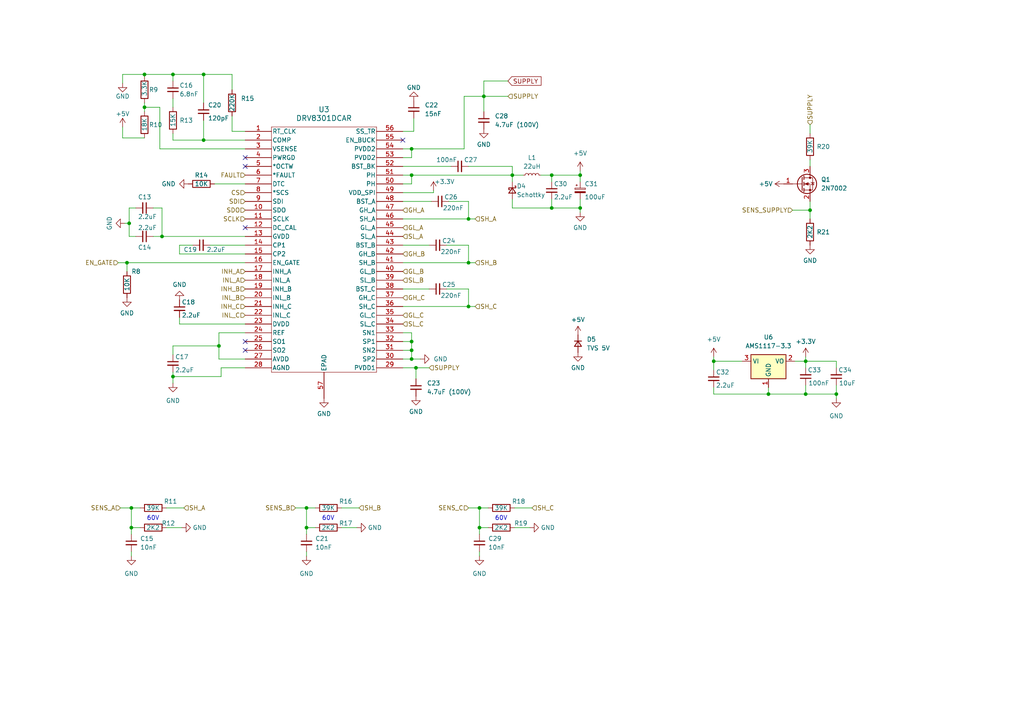
<source format=kicad_sch>
(kicad_sch (version 20230121) (generator eeschema)

  (uuid f4578bf7-22ed-465c-854c-5b6f3f9e76e2)

  (paper "A4")

  (lib_symbols
    (symbol "CustomSymbols:DRV8301DCAR" (pin_names (offset 0.254)) (in_bom yes) (on_board yes)
      (property "Reference" "U" (at 1.27 39.37 0)
        (effects (font (size 1.524 1.524)))
      )
      (property "Value" "DRV8301DCAR" (at 1.27 36.83 0)
        (effects (font (size 1.524 1.524)))
      )
      (property "Footprint" "DCA56_6P35X3P61" (at -22.86 45.72 0)
        (effects (font (size 1.27 1.27) italic) hide)
      )
      (property "Datasheet" "DRV8301DCAR" (at -22.86 40.64 0)
        (effects (font (size 1.27 1.27) italic) hide)
      )
      (property "ki_keywords" "DRV8301DCAR" (at 0 0 0)
        (effects (font (size 1.27 1.27)) hide)
      )
      (property "ki_fp_filters" "DCA56_6P35X3P61 DCA56_6P35X3P61-M DCA56_6P35X3P61-L" (at 0 0 0)
        (effects (font (size 1.27 1.27)) hide)
      )
      (symbol "DRV8301DCAR_0_1"
        (polyline
          (pts
            (xy -15.24 -36.83)
            (xy 15.24 -36.83)
          )
          (stroke (width 0.127) (type default))
          (fill (type none))
        )
        (polyline
          (pts
            (xy -15.24 34.29)
            (xy -15.24 -36.83)
          )
          (stroke (width 0.127) (type default))
          (fill (type none))
        )
        (polyline
          (pts
            (xy 15.24 -36.83)
            (xy 15.24 34.29)
          )
          (stroke (width 0.127) (type default))
          (fill (type none))
        )
        (polyline
          (pts
            (xy 15.24 34.29)
            (xy -15.24 34.29)
          )
          (stroke (width 0.127) (type default))
          (fill (type none))
        )
        (pin input line (at -22.86 33.02 0) (length 7.62)
          (name "RT_CLK" (effects (font (size 1.27 1.27))))
          (number "1" (effects (font (size 1.27 1.27))))
        )
        (pin output line (at -22.86 10.16 0) (length 7.62)
          (name "SDO" (effects (font (size 1.27 1.27))))
          (number "10" (effects (font (size 1.27 1.27))))
        )
        (pin input line (at -22.86 7.62 0) (length 7.62)
          (name "SCLK" (effects (font (size 1.27 1.27))))
          (number "11" (effects (font (size 1.27 1.27))))
        )
        (pin input line (at -22.86 5.08 0) (length 7.62)
          (name "DC_CAL" (effects (font (size 1.27 1.27))))
          (number "12" (effects (font (size 1.27 1.27))))
        )
        (pin power_in line (at -22.86 2.54 0) (length 7.62)
          (name "GVDD" (effects (font (size 1.27 1.27))))
          (number "13" (effects (font (size 1.27 1.27))))
        )
        (pin power_in line (at -22.86 0 0) (length 7.62)
          (name "CP1" (effects (font (size 1.27 1.27))))
          (number "14" (effects (font (size 1.27 1.27))))
        )
        (pin power_in line (at -22.86 -2.54 0) (length 7.62)
          (name "CP2" (effects (font (size 1.27 1.27))))
          (number "15" (effects (font (size 1.27 1.27))))
        )
        (pin input line (at -22.86 -5.08 0) (length 7.62)
          (name "EN_GATE" (effects (font (size 1.27 1.27))))
          (number "16" (effects (font (size 1.27 1.27))))
        )
        (pin input line (at -22.86 -7.62 0) (length 7.62)
          (name "INH_A" (effects (font (size 1.27 1.27))))
          (number "17" (effects (font (size 1.27 1.27))))
        )
        (pin input line (at -22.86 -10.16 0) (length 7.62)
          (name "INL_A" (effects (font (size 1.27 1.27))))
          (number "18" (effects (font (size 1.27 1.27))))
        )
        (pin input line (at -22.86 -12.7 0) (length 7.62)
          (name "INH_B" (effects (font (size 1.27 1.27))))
          (number "19" (effects (font (size 1.27 1.27))))
        )
        (pin output line (at -22.86 30.48 0) (length 7.62)
          (name "COMP" (effects (font (size 1.27 1.27))))
          (number "2" (effects (font (size 1.27 1.27))))
        )
        (pin input line (at -22.86 -15.24 0) (length 7.62)
          (name "INL_B" (effects (font (size 1.27 1.27))))
          (number "20" (effects (font (size 1.27 1.27))))
        )
        (pin input line (at -22.86 -17.78 0) (length 7.62)
          (name "INH_C" (effects (font (size 1.27 1.27))))
          (number "21" (effects (font (size 1.27 1.27))))
        )
        (pin input line (at -22.86 -20.32 0) (length 7.62)
          (name "INL_C" (effects (font (size 1.27 1.27))))
          (number "22" (effects (font (size 1.27 1.27))))
        )
        (pin power_in line (at -22.86 -22.86 0) (length 7.62)
          (name "DVDD" (effects (font (size 1.27 1.27))))
          (number "23" (effects (font (size 1.27 1.27))))
        )
        (pin input line (at -22.86 -25.4 0) (length 7.62)
          (name "REF" (effects (font (size 1.27 1.27))))
          (number "24" (effects (font (size 1.27 1.27))))
        )
        (pin output line (at -22.86 -27.94 0) (length 7.62)
          (name "SO1" (effects (font (size 1.27 1.27))))
          (number "25" (effects (font (size 1.27 1.27))))
        )
        (pin output line (at -22.86 -30.48 0) (length 7.62)
          (name "SO2" (effects (font (size 1.27 1.27))))
          (number "26" (effects (font (size 1.27 1.27))))
        )
        (pin power_in line (at -22.86 -33.02 0) (length 7.62)
          (name "AVDD" (effects (font (size 1.27 1.27))))
          (number "27" (effects (font (size 1.27 1.27))))
        )
        (pin power_in line (at -22.86 -35.56 0) (length 7.62)
          (name "AGND" (effects (font (size 1.27 1.27))))
          (number "28" (effects (font (size 1.27 1.27))))
        )
        (pin power_in line (at 22.86 -35.56 180) (length 7.62)
          (name "PVDD1" (effects (font (size 1.27 1.27))))
          (number "29" (effects (font (size 1.27 1.27))))
        )
        (pin input line (at -22.86 27.94 0) (length 7.62)
          (name "VSENSE" (effects (font (size 1.27 1.27))))
          (number "3" (effects (font (size 1.27 1.27))))
        )
        (pin input line (at 22.86 -33.02 180) (length 7.62)
          (name "SP2" (effects (font (size 1.27 1.27))))
          (number "30" (effects (font (size 1.27 1.27))))
        )
        (pin input line (at 22.86 -30.48 180) (length 7.62)
          (name "SN2" (effects (font (size 1.27 1.27))))
          (number "31" (effects (font (size 1.27 1.27))))
        )
        (pin input line (at 22.86 -27.94 180) (length 7.62)
          (name "SP1" (effects (font (size 1.27 1.27))))
          (number "32" (effects (font (size 1.27 1.27))))
        )
        (pin input line (at 22.86 -25.4 180) (length 7.62)
          (name "SN1" (effects (font (size 1.27 1.27))))
          (number "33" (effects (font (size 1.27 1.27))))
        )
        (pin input line (at 22.86 -22.86 180) (length 7.62)
          (name "SL_C" (effects (font (size 1.27 1.27))))
          (number "34" (effects (font (size 1.27 1.27))))
        )
        (pin output line (at 22.86 -20.32 180) (length 7.62)
          (name "GL_C" (effects (font (size 1.27 1.27))))
          (number "35" (effects (font (size 1.27 1.27))))
        )
        (pin input line (at 22.86 -17.78 180) (length 7.62)
          (name "SH_C" (effects (font (size 1.27 1.27))))
          (number "36" (effects (font (size 1.27 1.27))))
        )
        (pin output line (at 22.86 -15.24 180) (length 7.62)
          (name "GH_C" (effects (font (size 1.27 1.27))))
          (number "37" (effects (font (size 1.27 1.27))))
        )
        (pin power_in line (at 22.86 -12.7 180) (length 7.62)
          (name "BST_C" (effects (font (size 1.27 1.27))))
          (number "38" (effects (font (size 1.27 1.27))))
        )
        (pin input line (at 22.86 -10.16 180) (length 7.62)
          (name "SL_B" (effects (font (size 1.27 1.27))))
          (number "39" (effects (font (size 1.27 1.27))))
        )
        (pin input line (at -22.86 25.4 0) (length 7.62)
          (name "PWRGD" (effects (font (size 1.27 1.27))))
          (number "4" (effects (font (size 1.27 1.27))))
        )
        (pin output line (at 22.86 -7.62 180) (length 7.62)
          (name "GL_B" (effects (font (size 1.27 1.27))))
          (number "40" (effects (font (size 1.27 1.27))))
        )
        (pin input line (at 22.86 -5.08 180) (length 7.62)
          (name "SH_B" (effects (font (size 1.27 1.27))))
          (number "41" (effects (font (size 1.27 1.27))))
        )
        (pin output line (at 22.86 -2.54 180) (length 7.62)
          (name "GH_B" (effects (font (size 1.27 1.27))))
          (number "42" (effects (font (size 1.27 1.27))))
        )
        (pin power_in line (at 22.86 0 180) (length 7.62)
          (name "BST_B" (effects (font (size 1.27 1.27))))
          (number "43" (effects (font (size 1.27 1.27))))
        )
        (pin input line (at 22.86 2.54 180) (length 7.62)
          (name "SL_A" (effects (font (size 1.27 1.27))))
          (number "44" (effects (font (size 1.27 1.27))))
        )
        (pin output line (at 22.86 5.08 180) (length 7.62)
          (name "GL_A" (effects (font (size 1.27 1.27))))
          (number "45" (effects (font (size 1.27 1.27))))
        )
        (pin input line (at 22.86 7.62 180) (length 7.62)
          (name "SH_A" (effects (font (size 1.27 1.27))))
          (number "46" (effects (font (size 1.27 1.27))))
        )
        (pin output line (at 22.86 10.16 180) (length 7.62)
          (name "GH_A" (effects (font (size 1.27 1.27))))
          (number "47" (effects (font (size 1.27 1.27))))
        )
        (pin power_in line (at 22.86 12.7 180) (length 7.62)
          (name "BST_A" (effects (font (size 1.27 1.27))))
          (number "48" (effects (font (size 1.27 1.27))))
        )
        (pin input line (at 22.86 15.24 180) (length 7.62)
          (name "VDD_SPI" (effects (font (size 1.27 1.27))))
          (number "49" (effects (font (size 1.27 1.27))))
        )
        (pin output line (at -22.86 22.86 0) (length 7.62)
          (name "*OCTW" (effects (font (size 1.27 1.27))))
          (number "5" (effects (font (size 1.27 1.27))))
        )
        (pin output line (at 22.86 17.78 180) (length 7.62)
          (name "PH" (effects (font (size 1.27 1.27))))
          (number "50" (effects (font (size 1.27 1.27))))
        )
        (pin output line (at 22.86 20.32 180) (length 7.62)
          (name "PH" (effects (font (size 1.27 1.27))))
          (number "51" (effects (font (size 1.27 1.27))))
        )
        (pin power_in line (at 22.86 22.86 180) (length 7.62)
          (name "BST_BK" (effects (font (size 1.27 1.27))))
          (number "52" (effects (font (size 1.27 1.27))))
        )
        (pin power_in line (at 22.86 25.4 180) (length 7.62)
          (name "PVDD2" (effects (font (size 1.27 1.27))))
          (number "53" (effects (font (size 1.27 1.27))))
        )
        (pin power_in line (at 22.86 27.94 180) (length 7.62)
          (name "PVDD2" (effects (font (size 1.27 1.27))))
          (number "54" (effects (font (size 1.27 1.27))))
        )
        (pin input line (at 22.86 30.48 180) (length 7.62)
          (name "EN_BUCK" (effects (font (size 1.27 1.27))))
          (number "55" (effects (font (size 1.27 1.27))))
        )
        (pin input line (at 22.86 33.02 180) (length 7.62)
          (name "SS_TR" (effects (font (size 1.27 1.27))))
          (number "56" (effects (font (size 1.27 1.27))))
        )
        (pin output line (at -22.86 20.32 0) (length 7.62)
          (name "*FAULT" (effects (font (size 1.27 1.27))))
          (number "6" (effects (font (size 1.27 1.27))))
        )
        (pin input line (at -22.86 17.78 0) (length 7.62)
          (name "DTC" (effects (font (size 1.27 1.27))))
          (number "7" (effects (font (size 1.27 1.27))))
        )
        (pin input line (at -22.86 15.24 0) (length 7.62)
          (name "*SCS" (effects (font (size 1.27 1.27))))
          (number "8" (effects (font (size 1.27 1.27))))
        )
        (pin input line (at -22.86 12.7 0) (length 7.62)
          (name "SDI" (effects (font (size 1.27 1.27))))
          (number "9" (effects (font (size 1.27 1.27))))
        )
      )
      (symbol "DRV8301DCAR_1_1"
        (pin power_in line (at 0 -44.45 90) (length 7.62)
          (name "EPAD" (effects (font (size 1.27 1.27))))
          (number "57" (effects (font (size 1.27 1.27))))
        )
      )
    )
    (symbol "Device:C_Polarized_Small" (pin_numbers hide) (pin_names (offset 0.254) hide) (in_bom yes) (on_board yes)
      (property "Reference" "C" (at 0.254 1.778 0)
        (effects (font (size 1.27 1.27)) (justify left))
      )
      (property "Value" "C_Polarized_Small" (at 0.254 -2.032 0)
        (effects (font (size 1.27 1.27)) (justify left))
      )
      (property "Footprint" "" (at 0 0 0)
        (effects (font (size 1.27 1.27)) hide)
      )
      (property "Datasheet" "~" (at 0 0 0)
        (effects (font (size 1.27 1.27)) hide)
      )
      (property "ki_keywords" "cap capacitor" (at 0 0 0)
        (effects (font (size 1.27 1.27)) hide)
      )
      (property "ki_description" "Polarized capacitor, small symbol" (at 0 0 0)
        (effects (font (size 1.27 1.27)) hide)
      )
      (property "ki_fp_filters" "CP_*" (at 0 0 0)
        (effects (font (size 1.27 1.27)) hide)
      )
      (symbol "C_Polarized_Small_0_1"
        (rectangle (start -1.524 -0.3048) (end 1.524 -0.6858)
          (stroke (width 0) (type default))
          (fill (type outline))
        )
        (rectangle (start -1.524 0.6858) (end 1.524 0.3048)
          (stroke (width 0) (type default))
          (fill (type none))
        )
        (polyline
          (pts
            (xy -1.27 1.524)
            (xy -0.762 1.524)
          )
          (stroke (width 0) (type default))
          (fill (type none))
        )
        (polyline
          (pts
            (xy -1.016 1.27)
            (xy -1.016 1.778)
          )
          (stroke (width 0) (type default))
          (fill (type none))
        )
      )
      (symbol "C_Polarized_Small_1_1"
        (pin passive line (at 0 2.54 270) (length 1.8542)
          (name "~" (effects (font (size 1.27 1.27))))
          (number "1" (effects (font (size 1.27 1.27))))
        )
        (pin passive line (at 0 -2.54 90) (length 1.8542)
          (name "~" (effects (font (size 1.27 1.27))))
          (number "2" (effects (font (size 1.27 1.27))))
        )
      )
    )
    (symbol "Device:C_Small" (pin_numbers hide) (pin_names (offset 0.254) hide) (in_bom yes) (on_board yes)
      (property "Reference" "C" (at 0.254 1.778 0)
        (effects (font (size 1.27 1.27)) (justify left))
      )
      (property "Value" "C_Small" (at 0.254 -2.032 0)
        (effects (font (size 1.27 1.27)) (justify left))
      )
      (property "Footprint" "" (at 0 0 0)
        (effects (font (size 1.27 1.27)) hide)
      )
      (property "Datasheet" "~" (at 0 0 0)
        (effects (font (size 1.27 1.27)) hide)
      )
      (property "ki_keywords" "capacitor cap" (at 0 0 0)
        (effects (font (size 1.27 1.27)) hide)
      )
      (property "ki_description" "Unpolarized capacitor, small symbol" (at 0 0 0)
        (effects (font (size 1.27 1.27)) hide)
      )
      (property "ki_fp_filters" "C_*" (at 0 0 0)
        (effects (font (size 1.27 1.27)) hide)
      )
      (symbol "C_Small_0_1"
        (polyline
          (pts
            (xy -1.524 -0.508)
            (xy 1.524 -0.508)
          )
          (stroke (width 0.3302) (type default))
          (fill (type none))
        )
        (polyline
          (pts
            (xy -1.524 0.508)
            (xy 1.524 0.508)
          )
          (stroke (width 0.3048) (type default))
          (fill (type none))
        )
      )
      (symbol "C_Small_1_1"
        (pin passive line (at 0 2.54 270) (length 2.032)
          (name "~" (effects (font (size 1.27 1.27))))
          (number "1" (effects (font (size 1.27 1.27))))
        )
        (pin passive line (at 0 -2.54 90) (length 2.032)
          (name "~" (effects (font (size 1.27 1.27))))
          (number "2" (effects (font (size 1.27 1.27))))
        )
      )
    )
    (symbol "Device:D_Schottky_Small" (pin_numbers hide) (pin_names (offset 0.254) hide) (in_bom yes) (on_board yes)
      (property "Reference" "D" (at -1.27 2.032 0)
        (effects (font (size 1.27 1.27)) (justify left))
      )
      (property "Value" "D_Schottky_Small" (at -7.112 -2.032 0)
        (effects (font (size 1.27 1.27)) (justify left))
      )
      (property "Footprint" "" (at 0 0 90)
        (effects (font (size 1.27 1.27)) hide)
      )
      (property "Datasheet" "~" (at 0 0 90)
        (effects (font (size 1.27 1.27)) hide)
      )
      (property "ki_keywords" "diode Schottky" (at 0 0 0)
        (effects (font (size 1.27 1.27)) hide)
      )
      (property "ki_description" "Schottky diode, small symbol" (at 0 0 0)
        (effects (font (size 1.27 1.27)) hide)
      )
      (property "ki_fp_filters" "TO-???* *_Diode_* *SingleDiode* D_*" (at 0 0 0)
        (effects (font (size 1.27 1.27)) hide)
      )
      (symbol "D_Schottky_Small_0_1"
        (polyline
          (pts
            (xy -0.762 0)
            (xy 0.762 0)
          )
          (stroke (width 0) (type default))
          (fill (type none))
        )
        (polyline
          (pts
            (xy 0.762 -1.016)
            (xy -0.762 0)
            (xy 0.762 1.016)
            (xy 0.762 -1.016)
          )
          (stroke (width 0.254) (type default))
          (fill (type none))
        )
        (polyline
          (pts
            (xy -1.27 0.762)
            (xy -1.27 1.016)
            (xy -0.762 1.016)
            (xy -0.762 -1.016)
            (xy -0.254 -1.016)
            (xy -0.254 -0.762)
          )
          (stroke (width 0.254) (type default))
          (fill (type none))
        )
      )
      (symbol "D_Schottky_Small_1_1"
        (pin passive line (at -2.54 0 0) (length 1.778)
          (name "K" (effects (font (size 1.27 1.27))))
          (number "1" (effects (font (size 1.27 1.27))))
        )
        (pin passive line (at 2.54 0 180) (length 1.778)
          (name "A" (effects (font (size 1.27 1.27))))
          (number "2" (effects (font (size 1.27 1.27))))
        )
      )
    )
    (symbol "Device:D_Small" (pin_numbers hide) (pin_names (offset 0.254) hide) (in_bom yes) (on_board yes)
      (property "Reference" "D" (at -1.27 2.032 0)
        (effects (font (size 1.27 1.27)) (justify left))
      )
      (property "Value" "D_Small" (at -3.81 -2.032 0)
        (effects (font (size 1.27 1.27)) (justify left))
      )
      (property "Footprint" "" (at 0 0 90)
        (effects (font (size 1.27 1.27)) hide)
      )
      (property "Datasheet" "~" (at 0 0 90)
        (effects (font (size 1.27 1.27)) hide)
      )
      (property "Sim.Device" "D" (at 0 0 0)
        (effects (font (size 1.27 1.27)) hide)
      )
      (property "Sim.Pins" "1=K 2=A" (at 0 0 0)
        (effects (font (size 1.27 1.27)) hide)
      )
      (property "ki_keywords" "diode" (at 0 0 0)
        (effects (font (size 1.27 1.27)) hide)
      )
      (property "ki_description" "Diode, small symbol" (at 0 0 0)
        (effects (font (size 1.27 1.27)) hide)
      )
      (property "ki_fp_filters" "TO-???* *_Diode_* *SingleDiode* D_*" (at 0 0 0)
        (effects (font (size 1.27 1.27)) hide)
      )
      (symbol "D_Small_0_1"
        (polyline
          (pts
            (xy -0.762 -1.016)
            (xy -0.762 1.016)
          )
          (stroke (width 0.254) (type default))
          (fill (type none))
        )
        (polyline
          (pts
            (xy -0.762 0)
            (xy 0.762 0)
          )
          (stroke (width 0) (type default))
          (fill (type none))
        )
        (polyline
          (pts
            (xy 0.762 -1.016)
            (xy -0.762 0)
            (xy 0.762 1.016)
            (xy 0.762 -1.016)
          )
          (stroke (width 0.254) (type default))
          (fill (type none))
        )
      )
      (symbol "D_Small_1_1"
        (pin passive line (at -2.54 0 0) (length 1.778)
          (name "K" (effects (font (size 1.27 1.27))))
          (number "1" (effects (font (size 1.27 1.27))))
        )
        (pin passive line (at 2.54 0 180) (length 1.778)
          (name "A" (effects (font (size 1.27 1.27))))
          (number "2" (effects (font (size 1.27 1.27))))
        )
      )
    )
    (symbol "Device:L_Small" (pin_numbers hide) (pin_names (offset 0.254) hide) (in_bom yes) (on_board yes)
      (property "Reference" "L" (at 0.762 1.016 0)
        (effects (font (size 1.27 1.27)) (justify left))
      )
      (property "Value" "L_Small" (at 0.762 -1.016 0)
        (effects (font (size 1.27 1.27)) (justify left))
      )
      (property "Footprint" "" (at 0 0 0)
        (effects (font (size 1.27 1.27)) hide)
      )
      (property "Datasheet" "~" (at 0 0 0)
        (effects (font (size 1.27 1.27)) hide)
      )
      (property "ki_keywords" "inductor choke coil reactor magnetic" (at 0 0 0)
        (effects (font (size 1.27 1.27)) hide)
      )
      (property "ki_description" "Inductor, small symbol" (at 0 0 0)
        (effects (font (size 1.27 1.27)) hide)
      )
      (property "ki_fp_filters" "Choke_* *Coil* Inductor_* L_*" (at 0 0 0)
        (effects (font (size 1.27 1.27)) hide)
      )
      (symbol "L_Small_0_1"
        (arc (start 0 -2.032) (mid 0.5058 -1.524) (end 0 -1.016)
          (stroke (width 0) (type default))
          (fill (type none))
        )
        (arc (start 0 -1.016) (mid 0.5058 -0.508) (end 0 0)
          (stroke (width 0) (type default))
          (fill (type none))
        )
        (arc (start 0 0) (mid 0.5058 0.508) (end 0 1.016)
          (stroke (width 0) (type default))
          (fill (type none))
        )
        (arc (start 0 1.016) (mid 0.5058 1.524) (end 0 2.032)
          (stroke (width 0) (type default))
          (fill (type none))
        )
      )
      (symbol "L_Small_1_1"
        (pin passive line (at 0 2.54 270) (length 0.508)
          (name "~" (effects (font (size 1.27 1.27))))
          (number "1" (effects (font (size 1.27 1.27))))
        )
        (pin passive line (at 0 -2.54 90) (length 0.508)
          (name "~" (effects (font (size 1.27 1.27))))
          (number "2" (effects (font (size 1.27 1.27))))
        )
      )
    )
    (symbol "Device:R" (pin_numbers hide) (pin_names (offset 0)) (in_bom yes) (on_board yes)
      (property "Reference" "R" (at 2.032 0 90)
        (effects (font (size 1.27 1.27)))
      )
      (property "Value" "R" (at 0 0 90)
        (effects (font (size 1.27 1.27)))
      )
      (property "Footprint" "" (at -1.778 0 90)
        (effects (font (size 1.27 1.27)) hide)
      )
      (property "Datasheet" "~" (at 0 0 0)
        (effects (font (size 1.27 1.27)) hide)
      )
      (property "ki_keywords" "R res resistor" (at 0 0 0)
        (effects (font (size 1.27 1.27)) hide)
      )
      (property "ki_description" "Resistor" (at 0 0 0)
        (effects (font (size 1.27 1.27)) hide)
      )
      (property "ki_fp_filters" "R_*" (at 0 0 0)
        (effects (font (size 1.27 1.27)) hide)
      )
      (symbol "R_0_1"
        (rectangle (start -1.016 -2.54) (end 1.016 2.54)
          (stroke (width 0.254) (type default))
          (fill (type none))
        )
      )
      (symbol "R_1_1"
        (pin passive line (at 0 3.81 270) (length 1.27)
          (name "~" (effects (font (size 1.27 1.27))))
          (number "1" (effects (font (size 1.27 1.27))))
        )
        (pin passive line (at 0 -3.81 90) (length 1.27)
          (name "~" (effects (font (size 1.27 1.27))))
          (number "2" (effects (font (size 1.27 1.27))))
        )
      )
    )
    (symbol "Regulator_Linear:AMS1117-3.3" (in_bom yes) (on_board yes)
      (property "Reference" "U" (at -3.81 3.175 0)
        (effects (font (size 1.27 1.27)))
      )
      (property "Value" "AMS1117-3.3" (at 0 3.175 0)
        (effects (font (size 1.27 1.27)) (justify left))
      )
      (property "Footprint" "Package_TO_SOT_SMD:SOT-223-3_TabPin2" (at 0 5.08 0)
        (effects (font (size 1.27 1.27)) hide)
      )
      (property "Datasheet" "http://www.advanced-monolithic.com/pdf/ds1117.pdf" (at 2.54 -6.35 0)
        (effects (font (size 1.27 1.27)) hide)
      )
      (property "ki_keywords" "linear regulator ldo fixed positive" (at 0 0 0)
        (effects (font (size 1.27 1.27)) hide)
      )
      (property "ki_description" "1A Low Dropout regulator, positive, 3.3V fixed output, SOT-223" (at 0 0 0)
        (effects (font (size 1.27 1.27)) hide)
      )
      (property "ki_fp_filters" "SOT?223*TabPin2*" (at 0 0 0)
        (effects (font (size 1.27 1.27)) hide)
      )
      (symbol "AMS1117-3.3_0_1"
        (rectangle (start -5.08 -5.08) (end 5.08 1.905)
          (stroke (width 0.254) (type default))
          (fill (type background))
        )
      )
      (symbol "AMS1117-3.3_1_1"
        (pin power_in line (at 0 -7.62 90) (length 2.54)
          (name "GND" (effects (font (size 1.27 1.27))))
          (number "1" (effects (font (size 1.27 1.27))))
        )
        (pin power_out line (at 7.62 0 180) (length 2.54)
          (name "VO" (effects (font (size 1.27 1.27))))
          (number "2" (effects (font (size 1.27 1.27))))
        )
        (pin power_in line (at -7.62 0 0) (length 2.54)
          (name "VI" (effects (font (size 1.27 1.27))))
          (number "3" (effects (font (size 1.27 1.27))))
        )
      )
    )
    (symbol "Transistor_FET:2N7002" (pin_names hide) (in_bom yes) (on_board yes)
      (property "Reference" "Q" (at 5.08 1.905 0)
        (effects (font (size 1.27 1.27)) (justify left))
      )
      (property "Value" "2N7002" (at 5.08 0 0)
        (effects (font (size 1.27 1.27)) (justify left))
      )
      (property "Footprint" "Package_TO_SOT_SMD:SOT-23" (at 5.08 -1.905 0)
        (effects (font (size 1.27 1.27) italic) (justify left) hide)
      )
      (property "Datasheet" "https://www.onsemi.com/pub/Collateral/NDS7002A-D.PDF" (at 5.08 -3.81 0)
        (effects (font (size 1.27 1.27)) (justify left) hide)
      )
      (property "ki_keywords" "N-Channel Switching MOSFET" (at 0 0 0)
        (effects (font (size 1.27 1.27)) hide)
      )
      (property "ki_description" "0.115A Id, 60V Vds, N-Channel MOSFET, SOT-23" (at 0 0 0)
        (effects (font (size 1.27 1.27)) hide)
      )
      (property "ki_fp_filters" "SOT?23*" (at 0 0 0)
        (effects (font (size 1.27 1.27)) hide)
      )
      (symbol "2N7002_0_1"
        (polyline
          (pts
            (xy 0.254 0)
            (xy -2.54 0)
          )
          (stroke (width 0) (type default))
          (fill (type none))
        )
        (polyline
          (pts
            (xy 0.254 1.905)
            (xy 0.254 -1.905)
          )
          (stroke (width 0.254) (type default))
          (fill (type none))
        )
        (polyline
          (pts
            (xy 0.762 -1.27)
            (xy 0.762 -2.286)
          )
          (stroke (width 0.254) (type default))
          (fill (type none))
        )
        (polyline
          (pts
            (xy 0.762 0.508)
            (xy 0.762 -0.508)
          )
          (stroke (width 0.254) (type default))
          (fill (type none))
        )
        (polyline
          (pts
            (xy 0.762 2.286)
            (xy 0.762 1.27)
          )
          (stroke (width 0.254) (type default))
          (fill (type none))
        )
        (polyline
          (pts
            (xy 2.54 2.54)
            (xy 2.54 1.778)
          )
          (stroke (width 0) (type default))
          (fill (type none))
        )
        (polyline
          (pts
            (xy 2.54 -2.54)
            (xy 2.54 0)
            (xy 0.762 0)
          )
          (stroke (width 0) (type default))
          (fill (type none))
        )
        (polyline
          (pts
            (xy 0.762 -1.778)
            (xy 3.302 -1.778)
            (xy 3.302 1.778)
            (xy 0.762 1.778)
          )
          (stroke (width 0) (type default))
          (fill (type none))
        )
        (polyline
          (pts
            (xy 1.016 0)
            (xy 2.032 0.381)
            (xy 2.032 -0.381)
            (xy 1.016 0)
          )
          (stroke (width 0) (type default))
          (fill (type outline))
        )
        (polyline
          (pts
            (xy 2.794 0.508)
            (xy 2.921 0.381)
            (xy 3.683 0.381)
            (xy 3.81 0.254)
          )
          (stroke (width 0) (type default))
          (fill (type none))
        )
        (polyline
          (pts
            (xy 3.302 0.381)
            (xy 2.921 -0.254)
            (xy 3.683 -0.254)
            (xy 3.302 0.381)
          )
          (stroke (width 0) (type default))
          (fill (type none))
        )
        (circle (center 1.651 0) (radius 2.794)
          (stroke (width 0.254) (type default))
          (fill (type none))
        )
        (circle (center 2.54 -1.778) (radius 0.254)
          (stroke (width 0) (type default))
          (fill (type outline))
        )
        (circle (center 2.54 1.778) (radius 0.254)
          (stroke (width 0) (type default))
          (fill (type outline))
        )
      )
      (symbol "2N7002_1_1"
        (pin input line (at -5.08 0 0) (length 2.54)
          (name "G" (effects (font (size 1.27 1.27))))
          (number "1" (effects (font (size 1.27 1.27))))
        )
        (pin passive line (at 2.54 -5.08 90) (length 2.54)
          (name "S" (effects (font (size 1.27 1.27))))
          (number "2" (effects (font (size 1.27 1.27))))
        )
        (pin passive line (at 2.54 5.08 270) (length 2.54)
          (name "D" (effects (font (size 1.27 1.27))))
          (number "3" (effects (font (size 1.27 1.27))))
        )
      )
    )
    (symbol "power:+3.3V" (power) (pin_names (offset 0)) (in_bom yes) (on_board yes)
      (property "Reference" "#PWR" (at 0 -3.81 0)
        (effects (font (size 1.27 1.27)) hide)
      )
      (property "Value" "+3.3V" (at 0 3.556 0)
        (effects (font (size 1.27 1.27)))
      )
      (property "Footprint" "" (at 0 0 0)
        (effects (font (size 1.27 1.27)) hide)
      )
      (property "Datasheet" "" (at 0 0 0)
        (effects (font (size 1.27 1.27)) hide)
      )
      (property "ki_keywords" "global power" (at 0 0 0)
        (effects (font (size 1.27 1.27)) hide)
      )
      (property "ki_description" "Power symbol creates a global label with name \"+3.3V\"" (at 0 0 0)
        (effects (font (size 1.27 1.27)) hide)
      )
      (symbol "+3.3V_0_1"
        (polyline
          (pts
            (xy -0.762 1.27)
            (xy 0 2.54)
          )
          (stroke (width 0) (type default))
          (fill (type none))
        )
        (polyline
          (pts
            (xy 0 0)
            (xy 0 2.54)
          )
          (stroke (width 0) (type default))
          (fill (type none))
        )
        (polyline
          (pts
            (xy 0 2.54)
            (xy 0.762 1.27)
          )
          (stroke (width 0) (type default))
          (fill (type none))
        )
      )
      (symbol "+3.3V_1_1"
        (pin power_in line (at 0 0 90) (length 0) hide
          (name "+3.3V" (effects (font (size 1.27 1.27))))
          (number "1" (effects (font (size 1.27 1.27))))
        )
      )
    )
    (symbol "power:+5V" (power) (pin_names (offset 0)) (in_bom yes) (on_board yes)
      (property "Reference" "#PWR" (at 0 -3.81 0)
        (effects (font (size 1.27 1.27)) hide)
      )
      (property "Value" "+5V" (at 0 3.556 0)
        (effects (font (size 1.27 1.27)))
      )
      (property "Footprint" "" (at 0 0 0)
        (effects (font (size 1.27 1.27)) hide)
      )
      (property "Datasheet" "" (at 0 0 0)
        (effects (font (size 1.27 1.27)) hide)
      )
      (property "ki_keywords" "global power" (at 0 0 0)
        (effects (font (size 1.27 1.27)) hide)
      )
      (property "ki_description" "Power symbol creates a global label with name \"+5V\"" (at 0 0 0)
        (effects (font (size 1.27 1.27)) hide)
      )
      (symbol "+5V_0_1"
        (polyline
          (pts
            (xy -0.762 1.27)
            (xy 0 2.54)
          )
          (stroke (width 0) (type default))
          (fill (type none))
        )
        (polyline
          (pts
            (xy 0 0)
            (xy 0 2.54)
          )
          (stroke (width 0) (type default))
          (fill (type none))
        )
        (polyline
          (pts
            (xy 0 2.54)
            (xy 0.762 1.27)
          )
          (stroke (width 0) (type default))
          (fill (type none))
        )
      )
      (symbol "+5V_1_1"
        (pin power_in line (at 0 0 90) (length 0) hide
          (name "+5V" (effects (font (size 1.27 1.27))))
          (number "1" (effects (font (size 1.27 1.27))))
        )
      )
    )
    (symbol "power:GND" (power) (pin_names (offset 0)) (in_bom yes) (on_board yes)
      (property "Reference" "#PWR" (at 0 -6.35 0)
        (effects (font (size 1.27 1.27)) hide)
      )
      (property "Value" "GND" (at 0 -3.81 0)
        (effects (font (size 1.27 1.27)))
      )
      (property "Footprint" "" (at 0 0 0)
        (effects (font (size 1.27 1.27)) hide)
      )
      (property "Datasheet" "" (at 0 0 0)
        (effects (font (size 1.27 1.27)) hide)
      )
      (property "ki_keywords" "global power" (at 0 0 0)
        (effects (font (size 1.27 1.27)) hide)
      )
      (property "ki_description" "Power symbol creates a global label with name \"GND\" , ground" (at 0 0 0)
        (effects (font (size 1.27 1.27)) hide)
      )
      (symbol "GND_0_1"
        (polyline
          (pts
            (xy 0 0)
            (xy 0 -1.27)
            (xy 1.27 -1.27)
            (xy 0 -2.54)
            (xy -1.27 -1.27)
            (xy 0 -1.27)
          )
          (stroke (width 0) (type default))
          (fill (type none))
        )
      )
      (symbol "GND_1_1"
        (pin power_in line (at 0 0 270) (length 0) hide
          (name "GND" (effects (font (size 1.27 1.27))))
          (number "1" (effects (font (size 1.27 1.27))))
        )
      )
    )
  )

  (junction (at 37.465 64.77) (diameter 0) (color 0 0 0 0)
    (uuid 03c2daa7-b6f9-46bc-9cb3-12851f81a54d)
  )
  (junction (at 135.89 76.2) (diameter 0) (color 0 0 0 0)
    (uuid 0d768461-b446-438d-8a68-435640f507f4)
  )
  (junction (at 139.065 153.035) (diameter 0) (color 0 0 0 0)
    (uuid 2685889c-43e3-448b-ae8e-53473bb02302)
  )
  (junction (at 222.885 114.3) (diameter 0) (color 0 0 0 0)
    (uuid 29eb7e20-5d25-45bf-aa11-31fb1c6964b0)
  )
  (junction (at 120.65 106.68) (diameter 0) (color 0 0 0 0)
    (uuid 2a11aa52-db7f-4947-8ec5-c83fbb56e5f2)
  )
  (junction (at 139.065 147.32) (diameter 0) (color 0 0 0 0)
    (uuid 2aed8f0b-db7f-4a54-80fa-b66f396ef3a0)
  )
  (junction (at 50.165 109.22) (diameter 0) (color 0 0 0 0)
    (uuid 31922bf2-775c-482f-b40f-02ef3c23dfdd)
  )
  (junction (at 160.02 50.8) (diameter 0) (color 0 0 0 0)
    (uuid 31a2b050-bf63-4828-8ab6-b680d5be9afe)
  )
  (junction (at 160.02 60.325) (diameter 0) (color 0 0 0 0)
    (uuid 42efb6d7-3778-485f-b4c7-849493212fbb)
  )
  (junction (at 135.89 88.9) (diameter 0) (color 0 0 0 0)
    (uuid 44651e26-b9c9-4780-ab71-b6a95588a4f3)
  )
  (junction (at 119.38 104.14) (diameter 0) (color 0 0 0 0)
    (uuid 4645e8a1-fac3-4c36-b77b-75bdf43d88be)
  )
  (junction (at 63.5 100.33) (diameter 0) (color 0 0 0 0)
    (uuid 47891d27-b88b-44c3-83d6-c273dc2dd93a)
  )
  (junction (at 38.1 153.035) (diameter 0) (color 0 0 0 0)
    (uuid 49a2e4ea-4b69-409f-9f77-471fc5af90f9)
  )
  (junction (at 233.68 104.775) (diameter 0) (color 0 0 0 0)
    (uuid 4c95589b-6ecc-41f3-aa24-9bb01768b34a)
  )
  (junction (at 233.68 114.3) (diameter 0) (color 0 0 0 0)
    (uuid 4da0b56a-92c5-479d-976b-7893c3addefb)
  )
  (junction (at 242.57 114.3) (diameter 0) (color 0 0 0 0)
    (uuid 521e7483-c96e-4f97-8681-abd2737d3fd9)
  )
  (junction (at 168.275 50.8) (diameter 0) (color 0 0 0 0)
    (uuid 5960098a-0739-44e8-b1ba-e7010b307b0d)
  )
  (junction (at 50.165 21.59) (diameter 0) (color 0 0 0 0)
    (uuid 5c6df9ac-d828-4258-a1a0-17a5eecb729d)
  )
  (junction (at 88.9 147.32) (diameter 0) (color 0 0 0 0)
    (uuid 652e03fb-ba37-4581-af43-9a4e972c291a)
  )
  (junction (at 148.59 50.8) (diameter 0) (color 0 0 0 0)
    (uuid 74a8358b-2f2f-4994-b47e-7763d775655b)
  )
  (junction (at 140.335 27.94) (diameter 0) (color 0 0 0 0)
    (uuid 793550a8-ee90-4d84-9d45-d31e76851263)
  )
  (junction (at 41.91 21.59) (diameter 0) (color 0 0 0 0)
    (uuid 83c561fa-5c9a-4be6-8606-4f86983009d1)
  )
  (junction (at 119.38 99.06) (diameter 0) (color 0 0 0 0)
    (uuid 87eb76ea-0a5b-4508-9dc0-ccdf0af3fd59)
  )
  (junction (at 38.1 147.32) (diameter 0) (color 0 0 0 0)
    (uuid 8a00b797-ff5e-42d4-adb5-44702310a70e)
  )
  (junction (at 46.99 68.58) (diameter 0) (color 0 0 0 0)
    (uuid 95e8e301-c74b-401b-8acb-21f8b7901434)
  )
  (junction (at 88.9 153.035) (diameter 0) (color 0 0 0 0)
    (uuid a1269686-3b9b-4cfc-9073-2e965f88a8f9)
  )
  (junction (at 119.38 101.6) (diameter 0) (color 0 0 0 0)
    (uuid a62462d6-deba-41fc-9c91-023fcac622ba)
  )
  (junction (at 119.38 43.18) (diameter 0) (color 0 0 0 0)
    (uuid b46108eb-3246-42ba-8972-2e8cef45f13d)
  )
  (junction (at 168.275 60.325) (diameter 0) (color 0 0 0 0)
    (uuid bd044314-2b9e-4492-b771-704d81515438)
  )
  (junction (at 36.83 76.2) (diameter 0) (color 0 0 0 0)
    (uuid cc9d3da1-cb37-4c44-81b6-e91aad98eee8)
  )
  (junction (at 59.055 21.59) (diameter 0) (color 0 0 0 0)
    (uuid db13e862-cfc7-4ec1-8297-c6e2ea2ab0c0)
  )
  (junction (at 234.95 60.96) (diameter 0) (color 0 0 0 0)
    (uuid e04c7c3f-63a7-4854-9d1f-818774697e33)
  )
  (junction (at 119.38 50.8) (diameter 0) (color 0 0 0 0)
    (uuid e65e383b-1d17-4cf3-b144-2b0df065eba5)
  )
  (junction (at 41.91 31.115) (diameter 0) (color 0 0 0 0)
    (uuid e8e4cad2-2775-443f-a520-196671fb3b61)
  )
  (junction (at 207.01 104.775) (diameter 0) (color 0 0 0 0)
    (uuid e96df723-eaa4-4ee1-acb1-90bbffcc64a9)
  )
  (junction (at 59.055 40.64) (diameter 0) (color 0 0 0 0)
    (uuid eb17eb6e-757e-4b54-89b1-992acb395371)
  )
  (junction (at 135.89 63.5) (diameter 0) (color 0 0 0 0)
    (uuid fe117e17-0886-4b2c-a4c0-b2d2c7fbd37f)
  )

  (no_connect (at 116.84 40.64) (uuid 0bdffb20-639d-485a-b155-776d3b9662e6))
  (no_connect (at 71.12 66.04) (uuid 35291708-39c6-4b9e-8130-4bf3888a229a))
  (no_connect (at 71.12 101.6) (uuid ca67b1f3-26d7-4e78-b48f-018e70556f56))
  (no_connect (at 71.12 48.26) (uuid dc7291e9-7940-410f-80f1-6fe1cab4a9e8))
  (no_connect (at 71.12 45.72) (uuid faebd3d8-d112-4b8a-acaf-9878dd3ec1eb))
  (no_connect (at 71.12 99.06) (uuid fdec42e6-d464-4510-b524-8df98ff400fe))

  (wire (pts (xy 41.91 21.59) (xy 35.56 21.59))
    (stroke (width 0) (type default))
    (uuid 005ec7ff-c5bd-4d19-9291-956d374a89d4)
  )
  (wire (pts (xy 41.91 40.005) (xy 35.56 40.005))
    (stroke (width 0) (type default))
    (uuid 0088860d-d3f2-49a3-a241-acc4577d1f7f)
  )
  (wire (pts (xy 222.885 114.3) (xy 233.68 114.3))
    (stroke (width 0) (type default))
    (uuid 03fa1a62-7b34-4b87-b44d-72be947f0e35)
  )
  (wire (pts (xy 59.055 40.64) (xy 59.055 34.925))
    (stroke (width 0) (type default))
    (uuid 063a0b1e-841c-48cf-a181-9c6de244ec4e)
  )
  (wire (pts (xy 119.38 104.14) (xy 121.92 104.14))
    (stroke (width 0) (type default))
    (uuid 0907b6b9-5ebf-498b-ae6a-4741ca58fde2)
  )
  (wire (pts (xy 116.84 104.14) (xy 119.38 104.14))
    (stroke (width 0) (type default))
    (uuid 0925baae-a5d2-44a7-a2b2-0988b187a18a)
  )
  (wire (pts (xy 50.165 38.735) (xy 50.165 40.64))
    (stroke (width 0) (type default))
    (uuid 092b93ca-708f-437a-b516-5487d3f2aee3)
  )
  (wire (pts (xy 67.31 21.59) (xy 67.31 26.035))
    (stroke (width 0) (type default))
    (uuid 0e16ca5f-59c2-48e2-b640-9e8fe47f5ed0)
  )
  (wire (pts (xy 39.37 68.58) (xy 37.465 68.58))
    (stroke (width 0) (type default))
    (uuid 10100e7f-f13b-4b2e-9fdb-4be3f05d5a58)
  )
  (wire (pts (xy 67.31 33.655) (xy 67.31 38.1))
    (stroke (width 0) (type default))
    (uuid 135b1f2c-7538-4b1a-a0c0-55a0574b0b82)
  )
  (wire (pts (xy 116.84 63.5) (xy 135.89 63.5))
    (stroke (width 0) (type default))
    (uuid 13d29a78-3650-46ff-b638-cc7d34c53f97)
  )
  (wire (pts (xy 168.275 60.325) (xy 168.275 61.595))
    (stroke (width 0) (type default))
    (uuid 14de9fc2-0d99-4eb4-88a4-6574629507e1)
  )
  (wire (pts (xy 234.95 36.195) (xy 234.95 38.735))
    (stroke (width 0) (type default))
    (uuid 14ea6a28-05cd-44af-9b6b-4a89ccfb62c3)
  )
  (wire (pts (xy 60.96 71.12) (xy 71.12 71.12))
    (stroke (width 0) (type default))
    (uuid 1665505e-7277-42ad-ad9f-79366ec4d667)
  )
  (wire (pts (xy 125.73 55.88) (xy 125.73 55.245))
    (stroke (width 0) (type default))
    (uuid 19afae3c-c62a-427f-8371-b1ffae71fe39)
  )
  (wire (pts (xy 116.84 50.8) (xy 119.38 50.8))
    (stroke (width 0) (type default))
    (uuid 1a17005f-2589-4d32-adac-45e2030574a0)
  )
  (wire (pts (xy 40.64 147.32) (xy 38.1 147.32))
    (stroke (width 0) (type default))
    (uuid 1b4ec5bf-176b-4858-a94b-725f5316a2c3)
  )
  (wire (pts (xy 38.1 153.035) (xy 38.1 154.94))
    (stroke (width 0) (type default))
    (uuid 1d32f00d-b52c-4438-a8cc-1d8744ee425a)
  )
  (wire (pts (xy 64.135 106.68) (xy 71.12 106.68))
    (stroke (width 0) (type default))
    (uuid 1f66c8c4-fe02-4af6-9f21-1ec7b2f7f607)
  )
  (wire (pts (xy 59.055 21.59) (xy 59.055 29.845))
    (stroke (width 0) (type default))
    (uuid 21c70e09-dcd5-4677-990c-9ebe0b63acfb)
  )
  (wire (pts (xy 116.84 38.1) (xy 120.015 38.1))
    (stroke (width 0) (type default))
    (uuid 224d7a9d-537e-41fd-b1f9-0a654912ebda)
  )
  (wire (pts (xy 160.02 57.785) (xy 160.02 60.325))
    (stroke (width 0) (type default))
    (uuid 26bb3f30-e0f8-464f-a390-62ae86c7558e)
  )
  (wire (pts (xy 139.065 147.32) (xy 139.065 153.035))
    (stroke (width 0) (type default))
    (uuid 282ff095-06a6-47a8-a11f-c6ed9cd128cb)
  )
  (wire (pts (xy 168.275 52.705) (xy 168.275 50.8))
    (stroke (width 0) (type default))
    (uuid 2a0dabcb-ef93-4abb-92d5-948585d88461)
  )
  (wire (pts (xy 41.91 21.59) (xy 41.91 22.225))
    (stroke (width 0) (type default))
    (uuid 3044526d-ddc9-4998-a358-5e82ef3bee12)
  )
  (wire (pts (xy 120.65 106.68) (xy 124.46 106.68))
    (stroke (width 0) (type default))
    (uuid 31741953-5ca2-4fda-bddc-cd624490ab3a)
  )
  (wire (pts (xy 71.12 96.52) (xy 63.5 96.52))
    (stroke (width 0) (type default))
    (uuid 34ba053c-1fc6-4f76-9ecb-64a7a5ad3556)
  )
  (wire (pts (xy 46.99 68.58) (xy 44.45 68.58))
    (stroke (width 0) (type default))
    (uuid 37d3cefb-6089-45ec-9b17-d51074a51cc4)
  )
  (wire (pts (xy 48.26 153.035) (xy 52.705 153.035))
    (stroke (width 0) (type default))
    (uuid 3cf05c3c-0ebf-468c-abe2-3f9154348cb9)
  )
  (wire (pts (xy 116.84 88.9) (xy 135.89 88.9))
    (stroke (width 0) (type default))
    (uuid 3e7ae357-127a-4dbc-bca1-d7e66367b3de)
  )
  (wire (pts (xy 37.465 64.77) (xy 37.465 60.325))
    (stroke (width 0) (type default))
    (uuid 3f47d1b3-21ae-4474-a8a0-062f48d27771)
  )
  (wire (pts (xy 88.9 153.035) (xy 91.44 153.035))
    (stroke (width 0) (type default))
    (uuid 3f71e6e1-9dd0-4e6f-ab1f-c506c4563430)
  )
  (wire (pts (xy 59.055 21.59) (xy 67.31 21.59))
    (stroke (width 0) (type default))
    (uuid 3f86dff2-f932-4cbe-a20c-76a7e4483429)
  )
  (wire (pts (xy 46.99 68.58) (xy 71.12 68.58))
    (stroke (width 0) (type default))
    (uuid 4036ca07-d4af-4025-8f59-29ec84a7f10b)
  )
  (wire (pts (xy 37.465 60.325) (xy 39.37 60.325))
    (stroke (width 0) (type default))
    (uuid 41070843-28d4-4c01-badd-34afb37ef151)
  )
  (wire (pts (xy 234.95 46.355) (xy 234.95 48.26))
    (stroke (width 0) (type default))
    (uuid 41856223-1a35-42a8-91e4-542af7aaae9d)
  )
  (wire (pts (xy 233.68 114.3) (xy 242.57 114.3))
    (stroke (width 0) (type default))
    (uuid 4308d322-606a-4473-8d97-854b0a8d712e)
  )
  (wire (pts (xy 71.12 93.98) (xy 52.07 93.98))
    (stroke (width 0) (type default))
    (uuid 43ae824d-4b49-4bc3-939b-a702e3899a14)
  )
  (wire (pts (xy 135.89 63.5) (xy 135.89 58.42))
    (stroke (width 0) (type default))
    (uuid 48330360-82c1-4be4-9732-d3b5c5b7a205)
  )
  (wire (pts (xy 135.89 71.12) (xy 129.54 71.12))
    (stroke (width 0) (type default))
    (uuid 4c53723b-e26f-40e2-b454-3245cdb1b7a4)
  )
  (wire (pts (xy 52.07 93.98) (xy 52.07 92.075))
    (stroke (width 0) (type default))
    (uuid 4cc87ac4-b716-41ac-b866-36a7e4c94224)
  )
  (wire (pts (xy 63.5 100.33) (xy 50.165 100.33))
    (stroke (width 0) (type default))
    (uuid 4d270ef4-1eb2-47fc-a365-8c459a53d3de)
  )
  (wire (pts (xy 160.02 50.8) (xy 156.845 50.8))
    (stroke (width 0) (type default))
    (uuid 4e2f0bf3-c95c-43ae-962c-66a3f334d38d)
  )
  (wire (pts (xy 134.62 43.18) (xy 134.62 27.94))
    (stroke (width 0) (type default))
    (uuid 4f872484-ccaa-477d-b24f-6112a37fea59)
  )
  (wire (pts (xy 135.89 88.9) (xy 137.795 88.9))
    (stroke (width 0) (type default))
    (uuid 50552e18-da31-4366-a453-a635a0edc7fe)
  )
  (wire (pts (xy 116.84 58.42) (xy 125.095 58.42))
    (stroke (width 0) (type default))
    (uuid 50935964-abec-4558-a55e-8fa9b9df9d97)
  )
  (wire (pts (xy 50.165 23.495) (xy 50.165 21.59))
    (stroke (width 0) (type default))
    (uuid 50ef3f39-de1b-4506-9e6d-e1520cb1746b)
  )
  (wire (pts (xy 207.01 114.3) (xy 222.885 114.3))
    (stroke (width 0) (type default))
    (uuid 596a3e61-7913-4c6f-8e4f-b0bf674ce0a0)
  )
  (wire (pts (xy 119.38 96.52) (xy 116.84 96.52))
    (stroke (width 0) (type default))
    (uuid 5a9df24a-e76e-49ac-ba99-b6216568e775)
  )
  (wire (pts (xy 63.5 104.14) (xy 63.5 100.33))
    (stroke (width 0) (type default))
    (uuid 5b6cd91a-21b4-4d8c-8803-36a65ef5f782)
  )
  (wire (pts (xy 168.275 60.325) (xy 160.02 60.325))
    (stroke (width 0) (type default))
    (uuid 5d65d731-13d4-497f-8ca5-f677254250c5)
  )
  (wire (pts (xy 160.02 52.705) (xy 160.02 50.8))
    (stroke (width 0) (type default))
    (uuid 5ef7f9b6-0e47-450b-86f5-92c5b1184fd7)
  )
  (wire (pts (xy 37.465 64.77) (xy 36.195 64.77))
    (stroke (width 0) (type default))
    (uuid 6113c75a-491a-4019-b83d-152d4210d143)
  )
  (wire (pts (xy 50.165 21.59) (xy 59.055 21.59))
    (stroke (width 0) (type default))
    (uuid 619c4bed-3f27-4fc4-b0fc-8bb41c6e4a67)
  )
  (wire (pts (xy 242.57 104.775) (xy 233.68 104.775))
    (stroke (width 0) (type default))
    (uuid 62115d08-f0c5-4337-8f4d-c8f52b8e403f)
  )
  (wire (pts (xy 46.99 60.325) (xy 44.45 60.325))
    (stroke (width 0) (type default))
    (uuid 6591066f-3cac-4531-a85d-f51347905c78)
  )
  (wire (pts (xy 116.84 45.72) (xy 119.38 45.72))
    (stroke (width 0) (type default))
    (uuid 6737216d-3dea-4cd0-8fbe-86d793c59d6c)
  )
  (wire (pts (xy 88.9 147.32) (xy 88.9 153.035))
    (stroke (width 0) (type default))
    (uuid 677ba2a1-7ac4-4a0c-a3a0-a8d44c3d4a7c)
  )
  (wire (pts (xy 85.725 147.32) (xy 88.9 147.32))
    (stroke (width 0) (type default))
    (uuid 681bec8b-644a-4f87-aafd-ea0533b09c4f)
  )
  (wire (pts (xy 48.26 147.32) (xy 53.34 147.32))
    (stroke (width 0) (type default))
    (uuid 6d462f27-70a0-44d0-88e0-6d8f0afcd3db)
  )
  (wire (pts (xy 139.065 160.02) (xy 139.065 161.29))
    (stroke (width 0) (type default))
    (uuid 70cb8cad-cff3-4fd7-980d-c1a1d7b49b3a)
  )
  (wire (pts (xy 62.23 53.34) (xy 71.12 53.34))
    (stroke (width 0) (type default))
    (uuid 71f82a2f-b45e-42d1-9a02-e0d309e44260)
  )
  (wire (pts (xy 242.57 114.3) (xy 242.57 115.57))
    (stroke (width 0) (type default))
    (uuid 74f90ab4-6f6e-40bf-a551-2c14bf22c259)
  )
  (wire (pts (xy 140.335 27.94) (xy 147.32 27.94))
    (stroke (width 0) (type default))
    (uuid 76e84dca-75b0-4ae0-9958-2fed0b0bbf31)
  )
  (wire (pts (xy 207.01 112.395) (xy 207.01 114.3))
    (stroke (width 0) (type default))
    (uuid 787008f8-1bcc-4d5f-80b3-807e00e78355)
  )
  (wire (pts (xy 46.355 43.18) (xy 71.12 43.18))
    (stroke (width 0) (type default))
    (uuid 78d310ad-8c3b-4d06-8965-c3e7f47ef4ed)
  )
  (wire (pts (xy 50.165 109.22) (xy 50.165 111.125))
    (stroke (width 0) (type default))
    (uuid 795ad803-f20c-44f8-823a-96f5dcb8d8c8)
  )
  (wire (pts (xy 234.95 58.42) (xy 234.95 60.96))
    (stroke (width 0) (type default))
    (uuid 79e8b387-a035-4486-963b-3474579588c9)
  )
  (wire (pts (xy 46.99 60.325) (xy 46.99 68.58))
    (stroke (width 0) (type default))
    (uuid 7af411a3-e52e-4c34-aee4-7af6a75d1aaf)
  )
  (wire (pts (xy 242.57 106.68) (xy 242.57 104.775))
    (stroke (width 0) (type default))
    (uuid 7bef7249-1edd-4393-a85b-56515ef8e39d)
  )
  (wire (pts (xy 116.84 48.26) (xy 130.81 48.26))
    (stroke (width 0) (type default))
    (uuid 7c0f1714-089d-46a2-a51d-21278223fb79)
  )
  (wire (pts (xy 135.89 88.9) (xy 135.89 83.82))
    (stroke (width 0) (type default))
    (uuid 8031e0f4-4c27-45ad-b948-a223f241ca4b)
  )
  (wire (pts (xy 34.29 76.2) (xy 36.83 76.2))
    (stroke (width 0) (type default))
    (uuid 8209bd33-f6d0-4e16-a734-a15af8bd5a24)
  )
  (wire (pts (xy 38.1 160.02) (xy 38.1 161.29))
    (stroke (width 0) (type default))
    (uuid 82bd4a9f-b5e5-4465-a718-66e37e72dfbd)
  )
  (wire (pts (xy 36.83 76.2) (xy 36.83 78.74))
    (stroke (width 0) (type default))
    (uuid 83ba4bc5-2286-4f8a-a069-ac367076f675)
  )
  (wire (pts (xy 50.165 28.575) (xy 50.165 31.115))
    (stroke (width 0) (type default))
    (uuid 86553503-f4c8-4dd9-8b01-2185b3c68057)
  )
  (wire (pts (xy 233.68 104.775) (xy 233.68 106.68))
    (stroke (width 0) (type default))
    (uuid 896f7928-4897-41ca-ae4f-5db355793016)
  )
  (wire (pts (xy 71.12 40.64) (xy 59.055 40.64))
    (stroke (width 0) (type default))
    (uuid 8b315940-a527-456a-8ea9-5e21c4ab357c)
  )
  (wire (pts (xy 63.5 96.52) (xy 63.5 100.33))
    (stroke (width 0) (type default))
    (uuid 8cf04be4-4f57-4300-b090-424e22631e68)
  )
  (wire (pts (xy 140.335 23.495) (xy 140.335 27.94))
    (stroke (width 0) (type default))
    (uuid 8dea8ef2-aca8-4d51-819b-ababdd1d0024)
  )
  (wire (pts (xy 88.9 160.02) (xy 88.9 161.29))
    (stroke (width 0) (type default))
    (uuid 8e0cfb81-2001-4d29-a215-49075e12578f)
  )
  (wire (pts (xy 140.335 27.94) (xy 140.335 32.385))
    (stroke (width 0) (type default))
    (uuid 92dd4e94-eb8b-47b0-9a97-cb5e0b5e8080)
  )
  (wire (pts (xy 242.57 111.76) (xy 242.57 114.3))
    (stroke (width 0) (type default))
    (uuid 92de12fd-ce7f-46ff-89c9-c467aaecbdc9)
  )
  (wire (pts (xy 148.59 60.325) (xy 148.59 57.785))
    (stroke (width 0) (type default))
    (uuid 933f8ee3-3e12-45a2-9d3f-ef5331927324)
  )
  (wire (pts (xy 41.91 31.115) (xy 46.355 31.115))
    (stroke (width 0) (type default))
    (uuid 93e8429f-0c88-420b-85ab-019901587293)
  )
  (wire (pts (xy 135.89 83.82) (xy 129.54 83.82))
    (stroke (width 0) (type default))
    (uuid 964a7b63-44cf-40e2-b7de-2fe6435be278)
  )
  (wire (pts (xy 207.01 103.505) (xy 207.01 104.775))
    (stroke (width 0) (type default))
    (uuid 9b498e31-9f67-4ca2-85c0-1fb9dd93d712)
  )
  (wire (pts (xy 119.38 45.72) (xy 119.38 43.18))
    (stroke (width 0) (type default))
    (uuid 9c92a9ae-3fbe-4064-bb3e-6b78c7d572c2)
  )
  (wire (pts (xy 168.275 57.785) (xy 168.275 60.325))
    (stroke (width 0) (type default))
    (uuid 9cb1c7bd-b5cb-4d2e-8931-163ebad6aeb9)
  )
  (wire (pts (xy 135.89 76.2) (xy 135.89 71.12))
    (stroke (width 0) (type default))
    (uuid 9d62d0b0-ba7b-481b-8043-3b7f76aa267b)
  )
  (wire (pts (xy 119.38 104.14) (xy 119.38 101.6))
    (stroke (width 0) (type default))
    (uuid 9eceb3c0-47a5-4017-b9bc-50a5334527ef)
  )
  (wire (pts (xy 88.9 153.035) (xy 88.9 154.94))
    (stroke (width 0) (type default))
    (uuid 9ed0b440-26c6-41f2-a35f-4bed9162d459)
  )
  (wire (pts (xy 38.1 153.035) (xy 40.64 153.035))
    (stroke (width 0) (type default))
    (uuid 9f62bd94-3c0a-4339-a91d-1bd7a7ebdaec)
  )
  (wire (pts (xy 119.38 101.6) (xy 119.38 99.06))
    (stroke (width 0) (type default))
    (uuid 9fc28459-42fd-47e5-bbd3-6ade3cb31f45)
  )
  (wire (pts (xy 35.56 36.83) (xy 35.56 40.005))
    (stroke (width 0) (type default))
    (uuid a0385590-60cf-4e82-85d2-6e992480d5f7)
  )
  (wire (pts (xy 229.87 60.96) (xy 234.95 60.96))
    (stroke (width 0) (type default))
    (uuid a04c5148-e49d-4242-bf3a-7ab86b8cf193)
  )
  (wire (pts (xy 234.95 60.96) (xy 234.95 63.5))
    (stroke (width 0) (type default))
    (uuid a316e1d1-0a0c-4928-974c-22bf6bb8d2c8)
  )
  (wire (pts (xy 149.225 153.035) (xy 153.67 153.035))
    (stroke (width 0) (type default))
    (uuid a3baeec2-b354-4776-8d8d-b8a157c55234)
  )
  (wire (pts (xy 148.59 50.8) (xy 151.765 50.8))
    (stroke (width 0) (type default))
    (uuid a410d664-70f9-4201-9bf1-096261ba01bd)
  )
  (wire (pts (xy 139.065 153.035) (xy 141.605 153.035))
    (stroke (width 0) (type default))
    (uuid a48f22b9-b50d-4b33-8783-98d1b41b0a3e)
  )
  (wire (pts (xy 116.84 76.2) (xy 135.89 76.2))
    (stroke (width 0) (type default))
    (uuid a499c985-82d0-4946-9b34-e85983d4e385)
  )
  (wire (pts (xy 116.84 55.88) (xy 125.73 55.88))
    (stroke (width 0) (type default))
    (uuid a4ac5e1f-9f73-404f-b64d-accc00e8e723)
  )
  (wire (pts (xy 37.465 68.58) (xy 37.465 64.77))
    (stroke (width 0) (type default))
    (uuid a76dd9be-79bb-4f40-9f7c-d5df405e7e2e)
  )
  (wire (pts (xy 134.62 27.94) (xy 140.335 27.94))
    (stroke (width 0) (type default))
    (uuid a7f8f86f-9c8e-4544-81f8-f898f4579258)
  )
  (wire (pts (xy 99.06 153.035) (xy 103.505 153.035))
    (stroke (width 0) (type default))
    (uuid a8424bd3-4183-4fe8-93ee-e602fa96c6db)
  )
  (wire (pts (xy 119.38 43.18) (xy 116.84 43.18))
    (stroke (width 0) (type default))
    (uuid a9b4228b-9610-4ba7-ad70-ca2b641d456a)
  )
  (wire (pts (xy 135.89 76.2) (xy 137.795 76.2))
    (stroke (width 0) (type default))
    (uuid a9d4ce53-77e6-45ec-b766-e01fbfe12485)
  )
  (wire (pts (xy 135.89 48.26) (xy 148.59 48.26))
    (stroke (width 0) (type default))
    (uuid aec280cb-c9aa-4d00-b45e-422773d80176)
  )
  (wire (pts (xy 71.12 104.14) (xy 63.5 104.14))
    (stroke (width 0) (type default))
    (uuid b050fcf4-def9-48ae-8ad7-5f26f30526fa)
  )
  (wire (pts (xy 148.59 48.26) (xy 148.59 50.8))
    (stroke (width 0) (type default))
    (uuid b44b80cf-4402-48ea-bfd1-4604350d8797)
  )
  (wire (pts (xy 71.12 73.66) (xy 52.07 73.66))
    (stroke (width 0) (type default))
    (uuid b48742c2-5068-4eb5-abf3-0f5b01c004a0)
  )
  (wire (pts (xy 230.505 104.775) (xy 233.68 104.775))
    (stroke (width 0) (type default))
    (uuid b629207b-e558-4349-92e5-0371714e1ff9)
  )
  (wire (pts (xy 116.84 53.34) (xy 119.38 53.34))
    (stroke (width 0) (type default))
    (uuid b63d3ac5-f401-4a51-b1e9-764dc7a44860)
  )
  (wire (pts (xy 116.84 71.12) (xy 124.46 71.12))
    (stroke (width 0) (type default))
    (uuid b99407ff-5a7a-407d-8616-ae09a3397d0d)
  )
  (wire (pts (xy 52.07 73.66) (xy 52.07 71.12))
    (stroke (width 0) (type default))
    (uuid bbe7fb2f-ae67-4fad-aeab-a44cd5bfd8cd)
  )
  (wire (pts (xy 116.84 83.82) (xy 124.46 83.82))
    (stroke (width 0) (type default))
    (uuid bc855ccc-d5c9-4765-8d3c-e2b27b00f5ff)
  )
  (wire (pts (xy 116.84 101.6) (xy 119.38 101.6))
    (stroke (width 0) (type default))
    (uuid bfb315ee-d43d-41b3-8456-9d0a1589dde0)
  )
  (wire (pts (xy 160.02 60.325) (xy 148.59 60.325))
    (stroke (width 0) (type default))
    (uuid c2e5f13f-6f06-4a9d-b8c6-3a4d78e970f1)
  )
  (wire (pts (xy 50.165 107.95) (xy 50.165 109.22))
    (stroke (width 0) (type default))
    (uuid c39f38cf-2172-418d-8191-d0edd5adbd8e)
  )
  (wire (pts (xy 119.38 99.06) (xy 119.38 96.52))
    (stroke (width 0) (type default))
    (uuid c48bace4-4734-4a5a-a064-30f1f2719290)
  )
  (wire (pts (xy 233.68 111.76) (xy 233.68 114.3))
    (stroke (width 0) (type default))
    (uuid c68fd672-133b-4084-a109-a84d442d53d8)
  )
  (wire (pts (xy 35.56 21.59) (xy 35.56 24.13))
    (stroke (width 0) (type default))
    (uuid c87bd6b1-626c-427c-9c31-18133bab9e4f)
  )
  (wire (pts (xy 34.925 147.32) (xy 38.1 147.32))
    (stroke (width 0) (type default))
    (uuid cc36075c-2476-4d50-9c9c-afa2ad0efadb)
  )
  (wire (pts (xy 52.07 71.12) (xy 55.88 71.12))
    (stroke (width 0) (type default))
    (uuid cdd5aac1-65a0-4113-aae3-1dbfd4841a49)
  )
  (wire (pts (xy 119.38 43.18) (xy 134.62 43.18))
    (stroke (width 0) (type default))
    (uuid ce282241-3fff-4a6a-a817-8b7f1e35b986)
  )
  (wire (pts (xy 139.065 153.035) (xy 139.065 154.94))
    (stroke (width 0) (type default))
    (uuid cebaec76-c304-4466-96e6-d528f87909df)
  )
  (wire (pts (xy 38.1 147.32) (xy 38.1 153.035))
    (stroke (width 0) (type default))
    (uuid ced6df42-ad99-4bf6-89d2-1448c871b0ea)
  )
  (wire (pts (xy 147.32 23.495) (xy 140.335 23.495))
    (stroke (width 0) (type default))
    (uuid cf796867-59a0-4087-964a-c4fbe4ca330b)
  )
  (wire (pts (xy 148.59 50.8) (xy 148.59 52.705))
    (stroke (width 0) (type default))
    (uuid d07162be-7015-497e-a90f-3deee1c1fcfd)
  )
  (wire (pts (xy 222.885 112.395) (xy 222.885 114.3))
    (stroke (width 0) (type default))
    (uuid d083ec38-3681-4e18-997f-ee5dd7d49bf9)
  )
  (wire (pts (xy 50.165 40.64) (xy 59.055 40.64))
    (stroke (width 0) (type default))
    (uuid d1294eb2-be09-45c1-b5f0-11cb274c0de6)
  )
  (wire (pts (xy 50.165 109.22) (xy 64.135 109.22))
    (stroke (width 0) (type default))
    (uuid d2125d35-4411-4e80-ba46-ca449471ac51)
  )
  (wire (pts (xy 168.275 50.8) (xy 160.02 50.8))
    (stroke (width 0) (type default))
    (uuid d4a0ada1-62eb-4e03-bca5-2e95ed86c0e7)
  )
  (wire (pts (xy 46.355 31.115) (xy 46.355 43.18))
    (stroke (width 0) (type default))
    (uuid d4ace214-5473-465d-8d22-081387e353e4)
  )
  (wire (pts (xy 168.275 49.53) (xy 168.275 50.8))
    (stroke (width 0) (type default))
    (uuid d6b516f2-7734-45fc-bcf1-90de7c563f3d)
  )
  (wire (pts (xy 116.84 106.68) (xy 120.65 106.68))
    (stroke (width 0) (type default))
    (uuid d7487151-e961-474f-bb3e-4b2d4b6fa12a)
  )
  (wire (pts (xy 135.89 63.5) (xy 137.795 63.5))
    (stroke (width 0) (type default))
    (uuid d7e3509a-be68-414f-a23e-641a5ef802be)
  )
  (wire (pts (xy 135.89 147.32) (xy 139.065 147.32))
    (stroke (width 0) (type default))
    (uuid d93cde7a-35b1-4515-8755-9843ca115f67)
  )
  (wire (pts (xy 207.01 104.775) (xy 207.01 107.315))
    (stroke (width 0) (type default))
    (uuid dba8b4f5-b594-4801-8310-4114987dfcd5)
  )
  (wire (pts (xy 91.44 147.32) (xy 88.9 147.32))
    (stroke (width 0) (type default))
    (uuid de37410a-6b45-4092-8cc8-97bba350192f)
  )
  (wire (pts (xy 41.91 29.845) (xy 41.91 31.115))
    (stroke (width 0) (type default))
    (uuid de8afde4-6b3a-4eef-9981-b938abc21817)
  )
  (wire (pts (xy 99.06 147.32) (xy 104.14 147.32))
    (stroke (width 0) (type default))
    (uuid e07eb9e9-72c8-4cdc-af01-b5adb58bdb9f)
  )
  (wire (pts (xy 207.01 104.775) (xy 215.265 104.775))
    (stroke (width 0) (type default))
    (uuid e7029911-546f-499a-98c2-fc27605f0121)
  )
  (wire (pts (xy 149.225 147.32) (xy 154.305 147.32))
    (stroke (width 0) (type default))
    (uuid ea249dbe-9a94-4a65-9307-c33c8fb90037)
  )
  (wire (pts (xy 67.31 38.1) (xy 71.12 38.1))
    (stroke (width 0) (type default))
    (uuid eb4bd504-9810-438a-9eff-df50116c87ad)
  )
  (wire (pts (xy 135.89 58.42) (xy 130.175 58.42))
    (stroke (width 0) (type default))
    (uuid ecb39dc0-39ca-4ca2-9e21-ed28c6e2fd29)
  )
  (wire (pts (xy 64.135 109.22) (xy 64.135 106.68))
    (stroke (width 0) (type default))
    (uuid ee295cfa-fd89-45f0-9104-9d70819956f3)
  )
  (wire (pts (xy 120.015 38.1) (xy 120.015 34.29))
    (stroke (width 0) (type default))
    (uuid ef5d4d56-e9e7-4511-abbe-c6bc1c00b28b)
  )
  (wire (pts (xy 41.91 31.115) (xy 41.91 32.385))
    (stroke (width 0) (type default))
    (uuid f2bedc13-c2f0-4f9d-b11d-c3cbadb030ce)
  )
  (wire (pts (xy 119.38 50.8) (xy 148.59 50.8))
    (stroke (width 0) (type default))
    (uuid f49d7b57-655a-484b-af74-ff8d6320c750)
  )
  (wire (pts (xy 50.165 21.59) (xy 41.91 21.59))
    (stroke (width 0) (type default))
    (uuid f75f95b8-49cc-4859-8615-713dced307ab)
  )
  (wire (pts (xy 36.83 76.2) (xy 71.12 76.2))
    (stroke (width 0) (type default))
    (uuid f8a0c745-4867-4ded-89a6-1148a9ba8afa)
  )
  (wire (pts (xy 50.165 100.33) (xy 50.165 102.87))
    (stroke (width 0) (type default))
    (uuid f9f29a73-ea9f-4a0b-abc0-dd8b8a655b63)
  )
  (wire (pts (xy 119.38 53.34) (xy 119.38 50.8))
    (stroke (width 0) (type default))
    (uuid faa5f13b-9b40-4794-8972-addf41cf13b6)
  )
  (wire (pts (xy 141.605 147.32) (xy 139.065 147.32))
    (stroke (width 0) (type default))
    (uuid fbabea03-75f4-490e-8ed8-31a0768a7aea)
  )
  (wire (pts (xy 120.65 106.68) (xy 120.65 109.855))
    (stroke (width 0) (type default))
    (uuid ff5019e1-fc2d-4b2d-af5d-c8df282b618b)
  )
  (wire (pts (xy 233.68 104.775) (xy 233.68 103.505))
    (stroke (width 0) (type default))
    (uuid ffbd488c-09b9-4d2e-9627-3840e50363c7)
  )
  (wire (pts (xy 116.84 99.06) (xy 119.38 99.06))
    (stroke (width 0) (type default))
    (uuid ffffc7f3-2b59-4748-ac11-2ada218e2996)
  )

  (text "60V" (at 143.51 151.13 0)
    (effects (font (size 1.27 1.27)) (justify left bottom))
    (uuid 133cb7d2-56f6-44bc-8917-3ed3c1aed515)
  )
  (text "60V" (at 93.345 151.13 0)
    (effects (font (size 1.27 1.27)) (justify left bottom))
    (uuid 97fa5e21-dffc-4dd8-93e8-bfd6fcaf7d5a)
  )
  (text "60V" (at 42.545 151.13 0)
    (effects (font (size 1.27 1.27)) (justify left bottom))
    (uuid d2122c71-8b13-41b5-97a0-eeccf5940c30)
  )

  (global_label "SUPPLY" (shape input) (at 147.32 23.495 0) (fields_autoplaced)
    (effects (font (size 1.27 1.27)) (justify left))
    (uuid 9ffd07a3-f125-42d1-aed8-0f980079730f)
    (property "Intersheetrefs" "${INTERSHEET_REFS}" (at 157.5019 23.495 0)
      (effects (font (size 1.27 1.27)) (justify left) hide)
    )
  )

  (hierarchical_label "SH_A" (shape input) (at 137.795 63.5 0) (fields_autoplaced)
    (effects (font (size 1.27 1.27)) (justify left))
    (uuid 09fbe1cf-1f5a-49dc-9160-0f2d985c8641)
  )
  (hierarchical_label "INL_B" (shape input) (at 71.12 86.36 180) (fields_autoplaced)
    (effects (font (size 1.27 1.27)) (justify right))
    (uuid 192fe9d3-04af-47a0-adcf-bf17caaf8a5d)
  )
  (hierarchical_label "SUPPLY" (shape input) (at 234.95 36.195 90) (fields_autoplaced)
    (effects (font (size 1.27 1.27)) (justify left))
    (uuid 205282b9-c242-4ad1-8025-ea3e9d821fcc)
  )
  (hierarchical_label "SDI" (shape input) (at 71.12 58.42 180) (fields_autoplaced)
    (effects (font (size 1.27 1.27)) (justify right))
    (uuid 2435487a-bc5e-4d1e-9247-4520e67d3c53)
  )
  (hierarchical_label "SCLK" (shape input) (at 71.12 63.5 180) (fields_autoplaced)
    (effects (font (size 1.27 1.27)) (justify right))
    (uuid 2fdc69d1-c5b1-4c7d-862b-4eebec1cdf1f)
  )
  (hierarchical_label "SENS_SUPPLY" (shape input) (at 229.87 60.96 180) (fields_autoplaced)
    (effects (font (size 1.27 1.27)) (justify right))
    (uuid 37c3a908-8fee-43c8-a64f-f2a1b7e76574)
  )
  (hierarchical_label "GH_C" (shape input) (at 116.84 86.36 0) (fields_autoplaced)
    (effects (font (size 1.27 1.27)) (justify left))
    (uuid 3bd896b4-20f0-4c5a-84d4-55feccd8da1a)
  )
  (hierarchical_label "SH_C" (shape input) (at 154.305 147.32 0) (fields_autoplaced)
    (effects (font (size 1.27 1.27)) (justify left))
    (uuid 40cca360-42f6-42e1-9f58-e72a0557005b)
  )
  (hierarchical_label "SENS_B" (shape input) (at 85.725 147.32 180) (fields_autoplaced)
    (effects (font (size 1.27 1.27)) (justify right))
    (uuid 4555dce4-becc-40eb-ba4d-72fee895e6f9)
  )
  (hierarchical_label "SL_A" (shape input) (at 116.84 68.58 0) (fields_autoplaced)
    (effects (font (size 1.27 1.27)) (justify left))
    (uuid 4785eeec-f747-464a-a465-d37578e5af30)
  )
  (hierarchical_label "SENS_C" (shape input) (at 135.89 147.32 180) (fields_autoplaced)
    (effects (font (size 1.27 1.27)) (justify right))
    (uuid 492b4c62-05be-4c75-b5fd-db5c6fe88b35)
  )
  (hierarchical_label "INH_A" (shape input) (at 71.12 78.74 180) (fields_autoplaced)
    (effects (font (size 1.27 1.27)) (justify right))
    (uuid 4bd9debd-07f5-4fa6-818f-3b3b91104478)
  )
  (hierarchical_label "INH_C" (shape input) (at 71.12 88.9 180) (fields_autoplaced)
    (effects (font (size 1.27 1.27)) (justify right))
    (uuid 4c4de9b4-5aeb-4910-8351-3407f83cfede)
  )
  (hierarchical_label "INL_C" (shape input) (at 71.12 91.44 180) (fields_autoplaced)
    (effects (font (size 1.27 1.27)) (justify right))
    (uuid 502d6ab3-d3fb-4781-ab3f-3a4e617f5fed)
  )
  (hierarchical_label "GH_A" (shape input) (at 116.84 60.96 0) (fields_autoplaced)
    (effects (font (size 1.27 1.27)) (justify left))
    (uuid 51fe4567-a8e4-4bb4-ab9f-a84cea1d6ddb)
  )
  (hierarchical_label "SH_C" (shape input) (at 137.795 88.9 0) (fields_autoplaced)
    (effects (font (size 1.27 1.27)) (justify left))
    (uuid 54ec56df-7c2e-498a-b857-a3e4a245f40f)
  )
  (hierarchical_label "CS" (shape input) (at 71.12 55.88 180) (fields_autoplaced)
    (effects (font (size 1.27 1.27)) (justify right))
    (uuid 5b64b231-bc7a-467d-9e1e-43a9cc74a9ae)
  )
  (hierarchical_label "INH_B" (shape input) (at 71.12 83.82 180) (fields_autoplaced)
    (effects (font (size 1.27 1.27)) (justify right))
    (uuid 61d9b207-bc96-4607-8221-7a84cb2a55d8)
  )
  (hierarchical_label "SL_C" (shape input) (at 116.84 93.98 0) (fields_autoplaced)
    (effects (font (size 1.27 1.27)) (justify left))
    (uuid 6756c4e4-2725-4eaa-93a4-5f8f6cb21937)
  )
  (hierarchical_label "INL_A" (shape input) (at 71.12 81.28 180) (fields_autoplaced)
    (effects (font (size 1.27 1.27)) (justify right))
    (uuid 6e612a05-1c36-4ee8-b827-13b24943be3c)
  )
  (hierarchical_label "GL_C" (shape input) (at 116.84 91.44 0) (fields_autoplaced)
    (effects (font (size 1.27 1.27)) (justify left))
    (uuid 6ee54775-ea86-434b-a4da-4c932ed84f65)
  )
  (hierarchical_label "EN_GATE" (shape input) (at 34.29 76.2 180) (fields_autoplaced)
    (effects (font (size 1.27 1.27)) (justify right))
    (uuid 7de7f86d-f94c-4abc-b73f-f19b948debcd)
  )
  (hierarchical_label "FAULT" (shape input) (at 71.12 50.8 180) (fields_autoplaced)
    (effects (font (size 1.27 1.27)) (justify right))
    (uuid 864140cd-659c-45ba-8031-c2893d056efc)
  )
  (hierarchical_label "GL_A" (shape input) (at 116.84 66.04 0) (fields_autoplaced)
    (effects (font (size 1.27 1.27)) (justify left))
    (uuid 86cbee26-0403-473c-8152-fc4b9299681d)
  )
  (hierarchical_label "SUPPLY" (shape input) (at 124.46 106.68 0) (fields_autoplaced)
    (effects (font (size 1.27 1.27)) (justify left))
    (uuid 91a58f67-be74-4cdb-8779-32f9755d4d12)
  )
  (hierarchical_label "SDO" (shape input) (at 71.12 60.96 180) (fields_autoplaced)
    (effects (font (size 1.27 1.27)) (justify right))
    (uuid a08bb67a-1fea-403c-89a4-1809e95b418b)
  )
  (hierarchical_label "SH_B" (shape input) (at 104.14 147.32 0) (fields_autoplaced)
    (effects (font (size 1.27 1.27)) (justify left))
    (uuid a3ad623e-4676-450d-8125-85337fd7bd00)
  )
  (hierarchical_label "SUPPLY" (shape input) (at 147.32 27.94 0) (fields_autoplaced)
    (effects (font (size 1.27 1.27)) (justify left))
    (uuid a5c5bf91-8444-4646-b5fb-c3d091215a93)
  )
  (hierarchical_label "SL_B" (shape input) (at 116.84 81.28 0) (fields_autoplaced)
    (effects (font (size 1.27 1.27)) (justify left))
    (uuid b93aaf5e-e8b8-4b9a-a03f-7e84146bd0ae)
  )
  (hierarchical_label "SH_B" (shape input) (at 137.795 76.2 0) (fields_autoplaced)
    (effects (font (size 1.27 1.27)) (justify left))
    (uuid b9e78fa1-cdd7-48d7-9238-c542a5c7ab9a)
  )
  (hierarchical_label "GL_B" (shape input) (at 116.84 78.74 0) (fields_autoplaced)
    (effects (font (size 1.27 1.27)) (justify left))
    (uuid cf0bab5e-7b57-4b5d-a43d-47f0f54632d5)
  )
  (hierarchical_label "SENS_A" (shape input) (at 34.925 147.32 180) (fields_autoplaced)
    (effects (font (size 1.27 1.27)) (justify right))
    (uuid d167e8a7-e9e2-4c92-bd77-cdac16e4bcef)
  )
  (hierarchical_label "SH_A" (shape input) (at 53.34 147.32 0) (fields_autoplaced)
    (effects (font (size 1.27 1.27)) (justify left))
    (uuid d5567a42-fcc9-4db2-97c2-7196ab86edd3)
  )
  (hierarchical_label "GH_B" (shape input) (at 116.84 73.66 0) (fields_autoplaced)
    (effects (font (size 1.27 1.27)) (justify left))
    (uuid f75a233a-5d1e-49f8-8d75-3806df000327)
  )

  (symbol (lib_id "Device:C_Small") (at 127.635 58.42 90) (unit 1)
    (in_bom yes) (on_board yes) (dnp no)
    (uuid 032ef84c-31fd-4f3c-8b4d-f88f35b57d37)
    (property "Reference" "C26" (at 130.81 57.15 90)
      (effects (font (size 1.27 1.27)))
    )
    (property "Value" "220nF" (at 131.445 60.325 90)
      (effects (font (size 1.27 1.27)))
    )
    (property "Footprint" "Resistor_SMD:R_0603_1608Metric" (at 127.635 58.42 0)
      (effects (font (size 1.27 1.27)) hide)
    )
    (property "Datasheet" "~" (at 127.635 58.42 0)
      (effects (font (size 1.27 1.27)) hide)
    )
    (property "LCSC" "C21120" (at 127.635 58.42 90)
      (effects (font (size 1.27 1.27)) hide)
    )
    (pin "1" (uuid c14199fa-ff9c-4bfa-a403-c9a38efe95b9))
    (pin "2" (uuid a81647da-6107-4688-95a1-276453aca24b))
    (instances
      (project "vesc6"
        (path "/c247c2e5-94e2-4478-8dd5-8b3dad423a06/1d187879-6014-4b84-8fdf-f512e9cc31f2"
          (reference "C26") (unit 1)
        )
      )
    )
  )

  (symbol (lib_id "Device:C_Small") (at 120.015 31.75 0) (unit 1)
    (in_bom yes) (on_board yes) (dnp no) (fields_autoplaced)
    (uuid 045fc16b-e7d1-4f95-886b-45ff66de7e7d)
    (property "Reference" "C22" (at 123.19 30.4863 0)
      (effects (font (size 1.27 1.27)) (justify left))
    )
    (property "Value" "15nF" (at 123.19 33.0263 0)
      (effects (font (size 1.27 1.27)) (justify left))
    )
    (property "Footprint" "Resistor_SMD:R_0402_1005Metric" (at 120.015 31.75 0)
      (effects (font (size 1.27 1.27)) hide)
    )
    (property "Datasheet" "~" (at 120.015 31.75 0)
      (effects (font (size 1.27 1.27)) hide)
    )
    (property "LCSC" "C114405" (at 120.015 31.75 0)
      (effects (font (size 1.27 1.27)) hide)
    )
    (pin "1" (uuid 3c8767bf-629d-4ccb-9ce6-ff181d7b55c5))
    (pin "2" (uuid 7eabc598-5af6-48e0-ab0f-5d34c20e32d1))
    (instances
      (project "vesc6"
        (path "/c247c2e5-94e2-4478-8dd5-8b3dad423a06/1d187879-6014-4b84-8fdf-f512e9cc31f2"
          (reference "C22") (unit 1)
        )
      )
    )
  )

  (symbol (lib_id "Device:C_Small") (at 133.35 48.26 90) (unit 1)
    (in_bom yes) (on_board yes) (dnp no)
    (uuid 067464fc-3621-44c8-bbe9-be985e85fbfd)
    (property "Reference" "C27" (at 136.525 46.355 90)
      (effects (font (size 1.27 1.27)))
    )
    (property "Value" "100nF" (at 129.54 46.355 90)
      (effects (font (size 1.27 1.27)))
    )
    (property "Footprint" "Capacitor_SMD:C_0402_1005Metric" (at 133.35 48.26 0)
      (effects (font (size 1.27 1.27)) hide)
    )
    (property "Datasheet" "~" (at 133.35 48.26 0)
      (effects (font (size 1.27 1.27)) hide)
    )
    (property "LCSC" "C307331" (at 133.35 48.26 0)
      (effects (font (size 1.27 1.27)) hide)
    )
    (pin "2" (uuid d09f7a40-af40-4c21-a44a-aa9da33baad9))
    (pin "1" (uuid 1884e9e3-d3cb-47d1-9dbf-3b17dc13ac8b))
    (instances
      (project "vesc6"
        (path "/c247c2e5-94e2-4478-8dd5-8b3dad423a06/1d187879-6014-4b84-8fdf-f512e9cc31f2"
          (reference "C27") (unit 1)
        )
      )
    )
  )

  (symbol (lib_id "Device:D_Schottky_Small") (at 148.59 55.245 270) (unit 1)
    (in_bom yes) (on_board yes) (dnp no)
    (uuid 09775d63-7323-445d-8314-be4bc4516875)
    (property "Reference" "D4" (at 149.86 53.975 90)
      (effects (font (size 1.27 1.27)) (justify left))
    )
    (property "Value" "Schottky" (at 149.86 56.515 90)
      (effects (font (size 1.27 1.27)) (justify left))
    )
    (property "Footprint" "Diode_SMD:D_SMA" (at 148.59 55.245 90)
      (effects (font (size 1.27 1.27)) hide)
    )
    (property "Datasheet" "~" (at 148.59 55.245 90)
      (effects (font (size 1.27 1.27)) hide)
    )
    (property "LCSC" "C8678" (at 148.59 55.245 90)
      (effects (font (size 1.27 1.27)) hide)
    )
    (pin "1" (uuid 3c73ef15-34c9-4f7d-8675-b31546a44947))
    (pin "2" (uuid dcb594cb-1a5c-4d1e-91b0-09a150f37d6c))
    (instances
      (project "vesc6"
        (path "/c247c2e5-94e2-4478-8dd5-8b3dad423a06/1d187879-6014-4b84-8fdf-f512e9cc31f2"
          (reference "D4") (unit 1)
        )
      )
    )
  )

  (symbol (lib_id "power:GND") (at 140.335 37.465 0) (unit 1)
    (in_bom yes) (on_board yes) (dnp no) (fields_autoplaced)
    (uuid 0a50b5d8-341d-4398-815e-fab6aec30f29)
    (property "Reference" "#PWR050" (at 140.335 43.815 0)
      (effects (font (size 1.27 1.27)) hide)
    )
    (property "Value" "GND" (at 140.335 41.91 0)
      (effects (font (size 1.27 1.27)))
    )
    (property "Footprint" "" (at 140.335 37.465 0)
      (effects (font (size 1.27 1.27)) hide)
    )
    (property "Datasheet" "" (at 140.335 37.465 0)
      (effects (font (size 1.27 1.27)) hide)
    )
    (pin "1" (uuid 331bf3da-eed8-4b05-8788-6bc26f4c39af))
    (instances
      (project "vesc6"
        (path "/c247c2e5-94e2-4478-8dd5-8b3dad423a06/1d187879-6014-4b84-8fdf-f512e9cc31f2"
          (reference "#PWR050") (unit 1)
        )
      )
    )
  )

  (symbol (lib_id "power:GND") (at 88.9 161.29 0) (unit 1)
    (in_bom yes) (on_board yes) (dnp no) (fields_autoplaced)
    (uuid 0c66ac49-c391-4494-a91d-e3c70c0ad338)
    (property "Reference" "#PWR029" (at 88.9 167.64 0)
      (effects (font (size 1.27 1.27)) hide)
    )
    (property "Value" "GND" (at 88.9 166.37 0)
      (effects (font (size 1.27 1.27)))
    )
    (property "Footprint" "" (at 88.9 161.29 0)
      (effects (font (size 1.27 1.27)) hide)
    )
    (property "Datasheet" "" (at 88.9 161.29 0)
      (effects (font (size 1.27 1.27)) hide)
    )
    (pin "1" (uuid b5e3726c-4c9d-44fc-9005-57ad47c0ebdb))
    (instances
      (project "vesc6"
        (path "/c247c2e5-94e2-4478-8dd5-8b3dad423a06/1d187879-6014-4b84-8fdf-f512e9cc31f2"
          (reference "#PWR029") (unit 1)
        )
      )
    )
  )

  (symbol (lib_id "Device:C_Small") (at 127 71.12 90) (unit 1)
    (in_bom yes) (on_board yes) (dnp no)
    (uuid 1508e01c-bd7d-4387-b7cb-b523ec0db571)
    (property "Reference" "C24" (at 130.175 69.85 90)
      (effects (font (size 1.27 1.27)))
    )
    (property "Value" "220nF" (at 130.81 73.025 90)
      (effects (font (size 1.27 1.27)))
    )
    (property "Footprint" "Resistor_SMD:R_0603_1608Metric" (at 127 71.12 0)
      (effects (font (size 1.27 1.27)) hide)
    )
    (property "Datasheet" "~" (at 127 71.12 0)
      (effects (font (size 1.27 1.27)) hide)
    )
    (property "LCSC" "C21120" (at 127 71.12 90)
      (effects (font (size 1.27 1.27)) hide)
    )
    (pin "1" (uuid 7fc074c8-953a-4800-ba02-6391a2eb4d4e))
    (pin "2" (uuid 6dd49796-04da-49c5-b88e-ae9dd41b1a8d))
    (instances
      (project "vesc6"
        (path "/c247c2e5-94e2-4478-8dd5-8b3dad423a06/1d187879-6014-4b84-8fdf-f512e9cc31f2"
          (reference "C24") (unit 1)
        )
      )
    )
  )

  (symbol (lib_id "power:GND") (at 93.98 115.57 0) (unit 1)
    (in_bom yes) (on_board yes) (dnp no) (fields_autoplaced)
    (uuid 160bb52e-d195-4676-9ce2-a60665481e37)
    (property "Reference" "#PWR041" (at 93.98 121.92 0)
      (effects (font (size 1.27 1.27)) hide)
    )
    (property "Value" "GND" (at 93.98 120.015 0)
      (effects (font (size 1.27 1.27)))
    )
    (property "Footprint" "" (at 93.98 115.57 0)
      (effects (font (size 1.27 1.27)) hide)
    )
    (property "Datasheet" "" (at 93.98 115.57 0)
      (effects (font (size 1.27 1.27)) hide)
    )
    (pin "1" (uuid 620cebdc-69e9-4fa0-bc18-3c33096b55c1))
    (instances
      (project "vesc6"
        (path "/c247c2e5-94e2-4478-8dd5-8b3dad423a06/1d187879-6014-4b84-8fdf-f512e9cc31f2"
          (reference "#PWR041") (unit 1)
        )
      )
    )
  )

  (symbol (lib_id "power:GND") (at 103.505 153.035 90) (unit 1)
    (in_bom yes) (on_board yes) (dnp no) (fields_autoplaced)
    (uuid 1b005478-45a5-441f-8e2f-d14a584bc810)
    (property "Reference" "#PWR042" (at 109.855 153.035 0)
      (effects (font (size 1.27 1.27)) hide)
    )
    (property "Value" "GND" (at 106.68 153.035 90)
      (effects (font (size 1.27 1.27)) (justify right))
    )
    (property "Footprint" "" (at 103.505 153.035 0)
      (effects (font (size 1.27 1.27)) hide)
    )
    (property "Datasheet" "" (at 103.505 153.035 0)
      (effects (font (size 1.27 1.27)) hide)
    )
    (pin "1" (uuid db3fc9c2-d5ef-453d-a501-c0294b336dfd))
    (instances
      (project "vesc6"
        (path "/c247c2e5-94e2-4478-8dd5-8b3dad423a06/1d187879-6014-4b84-8fdf-f512e9cc31f2"
          (reference "#PWR042") (unit 1)
        )
      )
    )
  )

  (symbol (lib_id "Device:C_Small") (at 242.57 109.22 180) (unit 1)
    (in_bom yes) (on_board yes) (dnp no)
    (uuid 1c6b1eb9-ef22-416c-83a8-2e8e0c2ba206)
    (property "Reference" "C34" (at 245.11 107.315 0)
      (effects (font (size 1.27 1.27)))
    )
    (property "Value" "10uF" (at 245.745 111.125 0)
      (effects (font (size 1.27 1.27)))
    )
    (property "Footprint" "Capacitor_SMD:C_0603_1608Metric" (at 242.57 109.22 0)
      (effects (font (size 1.27 1.27)) hide)
    )
    (property "Datasheet" "~" (at 242.57 109.22 0)
      (effects (font (size 1.27 1.27)) hide)
    )
    (property "LCSC" "C96446" (at 242.57 109.22 0)
      (effects (font (size 1.27 1.27)) hide)
    )
    (pin "2" (uuid e6de90fa-80fb-4ee8-977c-bf2960f0a63c))
    (pin "1" (uuid d6fcc88a-3eb2-48f6-ae85-67e50e0db8e5))
    (instances
      (project "vesc6"
        (path "/c247c2e5-94e2-4478-8dd5-8b3dad423a06/1d187879-6014-4b84-8fdf-f512e9cc31f2"
          (reference "C34") (unit 1)
        )
      )
    )
  )

  (symbol (lib_id "power:GND") (at 153.67 153.035 90) (unit 1)
    (in_bom yes) (on_board yes) (dnp no) (fields_autoplaced)
    (uuid 1fbd07a4-2257-4f60-a510-a74fc5c314bf)
    (property "Reference" "#PWR051" (at 160.02 153.035 0)
      (effects (font (size 1.27 1.27)) hide)
    )
    (property "Value" "GND" (at 156.845 153.035 90)
      (effects (font (size 1.27 1.27)) (justify right))
    )
    (property "Footprint" "" (at 153.67 153.035 0)
      (effects (font (size 1.27 1.27)) hide)
    )
    (property "Datasheet" "" (at 153.67 153.035 0)
      (effects (font (size 1.27 1.27)) hide)
    )
    (pin "1" (uuid 17337cda-db8d-44f4-a063-65b4afcbea1a))
    (instances
      (project "vesc6"
        (path "/c247c2e5-94e2-4478-8dd5-8b3dad423a06/1d187879-6014-4b84-8fdf-f512e9cc31f2"
          (reference "#PWR051") (unit 1)
        )
      )
    )
  )

  (symbol (lib_id "Device:C_Small") (at 127 83.82 90) (unit 1)
    (in_bom yes) (on_board yes) (dnp no)
    (uuid 219b1829-c77a-402c-80a9-79415d54b9e5)
    (property "Reference" "C25" (at 130.175 82.55 90)
      (effects (font (size 1.27 1.27)))
    )
    (property "Value" "220nF" (at 130.81 85.725 90)
      (effects (font (size 1.27 1.27)))
    )
    (property "Footprint" "Resistor_SMD:R_0603_1608Metric" (at 127 83.82 0)
      (effects (font (size 1.27 1.27)) hide)
    )
    (property "Datasheet" "~" (at 127 83.82 0)
      (effects (font (size 1.27 1.27)) hide)
    )
    (property "LCSC" "C21120" (at 127 83.82 90)
      (effects (font (size 1.27 1.27)) hide)
    )
    (pin "1" (uuid 8a908e0a-3a0e-42a3-8cfe-4540686b91bd))
    (pin "2" (uuid 0528b75f-86d9-42b8-96b8-2100b025cf04))
    (instances
      (project "vesc6"
        (path "/c247c2e5-94e2-4478-8dd5-8b3dad423a06/1d187879-6014-4b84-8fdf-f512e9cc31f2"
          (reference "C25") (unit 1)
        )
      )
    )
  )

  (symbol (lib_id "Device:R") (at 36.83 82.55 0) (unit 1)
    (in_bom yes) (on_board yes) (dnp no)
    (uuid 225d3b0d-03eb-40ec-b9f2-6c967b9afbc9)
    (property "Reference" "R8" (at 38.1 78.74 0)
      (effects (font (size 1.27 1.27)) (justify left))
    )
    (property "Value" "10K" (at 36.83 84.455 90)
      (effects (font (size 1.27 1.27)) (justify left))
    )
    (property "Footprint" "Resistor_SMD:R_0402_1005Metric" (at 35.052 82.55 90)
      (effects (font (size 1.27 1.27)) hide)
    )
    (property "Datasheet" "~" (at 36.83 82.55 0)
      (effects (font (size 1.27 1.27)) hide)
    )
    (property "LCSC" "C25744" (at 36.83 82.55 0)
      (effects (font (size 1.27 1.27)) hide)
    )
    (pin "1" (uuid e4a7d2ec-9116-48a7-aa41-f1933bf5adf7))
    (pin "2" (uuid 73f52fa7-cfd0-4e31-a929-70adfb73e553))
    (instances
      (project "vesc6"
        (path "/c247c2e5-94e2-4478-8dd5-8b3dad423a06/1d187879-6014-4b84-8fdf-f512e9cc31f2"
          (reference "R8") (unit 1)
        )
      )
    )
  )

  (symbol (lib_id "Device:C_Small") (at 88.9 157.48 0) (unit 1)
    (in_bom yes) (on_board yes) (dnp no) (fields_autoplaced)
    (uuid 226e59fe-e626-4b41-9b5f-a4191fa39b71)
    (property "Reference" "C21" (at 91.44 156.2163 0)
      (effects (font (size 1.27 1.27)) (justify left))
    )
    (property "Value" "10nF" (at 91.44 158.7563 0)
      (effects (font (size 1.27 1.27)) (justify left))
    )
    (property "Footprint" "Capacitor_SMD:C_0402_1005Metric" (at 88.9 157.48 0)
      (effects (font (size 1.27 1.27)) hide)
    )
    (property "Datasheet" "~" (at 88.9 157.48 0)
      (effects (font (size 1.27 1.27)) hide)
    )
    (property "LCSC" "C15195" (at 88.9 157.48 0)
      (effects (font (size 1.27 1.27)) hide)
    )
    (pin "2" (uuid e5145a21-9d9b-4409-8f2a-3f9ad09d8517))
    (pin "1" (uuid 6fa8df10-c173-4688-86b2-0bfe95bbdf2d))
    (instances
      (project "vesc6"
        (path "/c247c2e5-94e2-4478-8dd5-8b3dad423a06/1d187879-6014-4b84-8fdf-f512e9cc31f2"
          (reference "C21") (unit 1)
        )
      )
    )
  )

  (symbol (lib_id "power:GND") (at 120.65 114.935 0) (unit 1)
    (in_bom yes) (on_board yes) (dnp no) (fields_autoplaced)
    (uuid 2e31b1dd-10fe-4117-b118-6be6b8cd29eb)
    (property "Reference" "#PWR045" (at 120.65 121.285 0)
      (effects (font (size 1.27 1.27)) hide)
    )
    (property "Value" "GND" (at 120.65 119.38 0)
      (effects (font (size 1.27 1.27)))
    )
    (property "Footprint" "" (at 120.65 114.935 0)
      (effects (font (size 1.27 1.27)) hide)
    )
    (property "Datasheet" "" (at 120.65 114.935 0)
      (effects (font (size 1.27 1.27)) hide)
    )
    (pin "1" (uuid b7c1b87f-6410-4e13-9272-9b5a340c0a2b))
    (instances
      (project "vesc6"
        (path "/c247c2e5-94e2-4478-8dd5-8b3dad423a06/1d187879-6014-4b84-8fdf-f512e9cc31f2"
          (reference "#PWR045") (unit 1)
        )
      )
    )
  )

  (symbol (lib_id "power:GND") (at 54.61 53.34 270) (unit 1)
    (in_bom yes) (on_board yes) (dnp no)
    (uuid 307cc606-325c-4915-b46b-2e0896103c5b)
    (property "Reference" "#PWR037" (at 48.26 53.34 0)
      (effects (font (size 1.27 1.27)) hide)
    )
    (property "Value" "GND" (at 48.895 53.34 90)
      (effects (font (size 1.27 1.27)))
    )
    (property "Footprint" "" (at 54.61 53.34 0)
      (effects (font (size 1.27 1.27)) hide)
    )
    (property "Datasheet" "" (at 54.61 53.34 0)
      (effects (font (size 1.27 1.27)) hide)
    )
    (pin "1" (uuid 97b1bd23-8a67-432b-ae27-dcb8a9a002b3))
    (instances
      (project "vesc6"
        (path "/c247c2e5-94e2-4478-8dd5-8b3dad423a06/1d187879-6014-4b84-8fdf-f512e9cc31f2"
          (reference "#PWR037") (unit 1)
        )
      )
    )
  )

  (symbol (lib_id "Device:R") (at 41.91 36.195 0) (unit 1)
    (in_bom yes) (on_board yes) (dnp no)
    (uuid 35691842-7019-44cb-a420-0f374b5ea22c)
    (property "Reference" "R10" (at 43.18 36.195 0)
      (effects (font (size 1.27 1.27)) (justify left))
    )
    (property "Value" "18K" (at 41.91 38.1 90)
      (effects (font (size 1.27 1.27)) (justify left))
    )
    (property "Footprint" "Resistor_SMD:R_0603_1608Metric" (at 40.132 36.195 90)
      (effects (font (size 1.27 1.27)) hide)
    )
    (property "Datasheet" "~" (at 41.91 36.195 0)
      (effects (font (size 1.27 1.27)) hide)
    )
    (property "LCSC" "C25810" (at 41.91 36.195 0)
      (effects (font (size 1.27 1.27)) hide)
    )
    (pin "2" (uuid 25224ff4-1e64-4980-8174-1b2f91b5cb12))
    (pin "1" (uuid 519e5386-cc25-4919-a968-5df4edcbb9ca))
    (instances
      (project "vesc6"
        (path "/c247c2e5-94e2-4478-8dd5-8b3dad423a06/1d187879-6014-4b84-8fdf-f512e9cc31f2"
          (reference "R10") (unit 1)
        )
      )
    )
  )

  (symbol (lib_id "Device:C_Small") (at 58.42 71.12 90) (unit 1)
    (in_bom yes) (on_board yes) (dnp no)
    (uuid 373f308b-612c-4a58-ab45-8a7855073e0f)
    (property "Reference" "C19" (at 57.15 72.39 90)
      (effects (font (size 1.27 1.27)) (justify left))
    )
    (property "Value" "2.2uF" (at 65.405 72.39 90)
      (effects (font (size 1.27 1.27)) (justify left))
    )
    (property "Footprint" "Resistor_SMD:R_0603_1608Metric" (at 58.42 71.12 0)
      (effects (font (size 1.27 1.27)) hide)
    )
    (property "Datasheet" "~" (at 58.42 71.12 0)
      (effects (font (size 1.27 1.27)) hide)
    )
    (property "LCSC" "C23630" (at 58.42 71.12 90)
      (effects (font (size 1.27 1.27)) hide)
    )
    (pin "1" (uuid 119c4eb8-cfa6-444c-9a2b-58658e044aa8))
    (pin "2" (uuid 2b11968a-52e3-43f8-ae39-6fba65a7a572))
    (instances
      (project "vesc6"
        (path "/c247c2e5-94e2-4478-8dd5-8b3dad423a06/1d187879-6014-4b84-8fdf-f512e9cc31f2"
          (reference "C19") (unit 1)
        )
      )
    )
  )

  (symbol (lib_id "Device:R") (at 44.45 147.32 90) (unit 1)
    (in_bom yes) (on_board yes) (dnp no)
    (uuid 39885ee6-0eb3-4a91-be35-59953623f880)
    (property "Reference" "R11" (at 51.435 145.415 90)
      (effects (font (size 1.27 1.27)) (justify left))
    )
    (property "Value" "39K" (at 46.355 147.32 90)
      (effects (font (size 1.27 1.27)) (justify left))
    )
    (property "Footprint" "Capacitor_SMD:C_0603_1608Metric" (at 44.45 149.098 90)
      (effects (font (size 1.27 1.27)) hide)
    )
    (property "Datasheet" "~" (at 44.45 147.32 0)
      (effects (font (size 1.27 1.27)) hide)
    )
    (property "LCSC" "C23153" (at 44.45 147.32 0)
      (effects (font (size 1.27 1.27)) hide)
    )
    (pin "1" (uuid 371ca4af-6c0c-4135-81eb-272fe3e823cb))
    (pin "2" (uuid 8296c44e-5fd7-4821-8068-557175685ca2))
    (instances
      (project "vesc6"
        (path "/c247c2e5-94e2-4478-8dd5-8b3dad423a06/1d187879-6014-4b84-8fdf-f512e9cc31f2"
          (reference "R11") (unit 1)
        )
      )
    )
  )

  (symbol (lib_id "Device:C_Small") (at 50.165 26.035 0) (unit 1)
    (in_bom yes) (on_board yes) (dnp no)
    (uuid 3b7e71d3-67f6-4226-bc5e-5a4c98ccd240)
    (property "Reference" "C16" (at 52.07 24.765 0)
      (effects (font (size 1.27 1.27)) (justify left))
    )
    (property "Value" "6.8nF" (at 52.07 27.305 0)
      (effects (font (size 1.27 1.27)) (justify left))
    )
    (property "Footprint" "Capacitor_SMD:C_0603_1608Metric" (at 50.165 26.035 0)
      (effects (font (size 1.27 1.27)) hide)
    )
    (property "Datasheet" "~" (at 50.165 26.035 0)
      (effects (font (size 1.27 1.27)) hide)
    )
    (property "LCSC" "C1631" (at 50.165 26.035 0)
      (effects (font (size 1.27 1.27)) hide)
    )
    (pin "2" (uuid 2ebd207a-ffa3-420f-9db9-42728bbaa70f))
    (pin "1" (uuid 6010df33-a201-4dda-b3bd-00304429a3bd))
    (instances
      (project "vesc6"
        (path "/c247c2e5-94e2-4478-8dd5-8b3dad423a06/1d187879-6014-4b84-8fdf-f512e9cc31f2"
          (reference "C16") (unit 1)
        )
      )
    )
  )

  (symbol (lib_id "Device:R") (at 95.25 147.32 90) (unit 1)
    (in_bom yes) (on_board yes) (dnp no)
    (uuid 3cc750d5-2052-4d06-ad34-c64adae83541)
    (property "Reference" "R16" (at 102.235 145.415 90)
      (effects (font (size 1.27 1.27)) (justify left))
    )
    (property "Value" "39K" (at 97.155 147.32 90)
      (effects (font (size 1.27 1.27)) (justify left))
    )
    (property "Footprint" "Capacitor_SMD:C_0603_1608Metric" (at 95.25 149.098 90)
      (effects (font (size 1.27 1.27)) hide)
    )
    (property "Datasheet" "~" (at 95.25 147.32 0)
      (effects (font (size 1.27 1.27)) hide)
    )
    (property "LCSC" "C23153" (at 95.25 147.32 0)
      (effects (font (size 1.27 1.27)) hide)
    )
    (pin "1" (uuid 0cbe8231-ae81-4743-aab1-69f72d434bb8))
    (pin "2" (uuid da9ea809-595c-4204-b777-85cca6d82fdc))
    (instances
      (project "vesc6"
        (path "/c247c2e5-94e2-4478-8dd5-8b3dad423a06/1d187879-6014-4b84-8fdf-f512e9cc31f2"
          (reference "R16") (unit 1)
        )
      )
    )
  )

  (symbol (lib_id "Device:C_Small") (at 139.065 157.48 0) (unit 1)
    (in_bom yes) (on_board yes) (dnp no) (fields_autoplaced)
    (uuid 3d731022-c9fc-40f3-a0fa-189878684b90)
    (property "Reference" "C29" (at 141.605 156.2163 0)
      (effects (font (size 1.27 1.27)) (justify left))
    )
    (property "Value" "10nF" (at 141.605 158.7563 0)
      (effects (font (size 1.27 1.27)) (justify left))
    )
    (property "Footprint" "Capacitor_SMD:C_0402_1005Metric" (at 139.065 157.48 0)
      (effects (font (size 1.27 1.27)) hide)
    )
    (property "Datasheet" "~" (at 139.065 157.48 0)
      (effects (font (size 1.27 1.27)) hide)
    )
    (property "LCSC" "C15195" (at 139.065 157.48 0)
      (effects (font (size 1.27 1.27)) hide)
    )
    (pin "2" (uuid b9d13095-4891-4d35-b9c6-1e3eb3c321b0))
    (pin "1" (uuid ee8c66e5-f0a8-4900-9cae-bfe23a6a8b9e))
    (instances
      (project "vesc6"
        (path "/c247c2e5-94e2-4478-8dd5-8b3dad423a06/1d187879-6014-4b84-8fdf-f512e9cc31f2"
          (reference "C29") (unit 1)
        )
      )
    )
  )

  (symbol (lib_id "power:+5V") (at 227.33 53.34 90) (unit 1)
    (in_bom yes) (on_board yes) (dnp no) (fields_autoplaced)
    (uuid 443785f1-87e4-4e2a-9c88-d61d199217e6)
    (property "Reference" "#PWR058" (at 231.14 53.34 0)
      (effects (font (size 1.27 1.27)) hide)
    )
    (property "Value" "+5V" (at 224.155 53.34 90)
      (effects (font (size 1.27 1.27)) (justify left))
    )
    (property "Footprint" "" (at 227.33 53.34 0)
      (effects (font (size 1.27 1.27)) hide)
    )
    (property "Datasheet" "" (at 227.33 53.34 0)
      (effects (font (size 1.27 1.27)) hide)
    )
    (pin "1" (uuid f2aa0adb-b601-43b3-b8b1-9e9fc90bf283))
    (instances
      (project "vesc6"
        (path "/c247c2e5-94e2-4478-8dd5-8b3dad423a06/1d187879-6014-4b84-8fdf-f512e9cc31f2"
          (reference "#PWR058") (unit 1)
        )
      )
    )
  )

  (symbol (lib_id "Device:C_Small") (at 120.65 112.395 0) (unit 1)
    (in_bom yes) (on_board yes) (dnp no) (fields_autoplaced)
    (uuid 46cb9f29-ff27-4a6a-9cde-18c8b07ef18d)
    (property "Reference" "C23" (at 123.825 111.1313 0)
      (effects (font (size 1.27 1.27)) (justify left))
    )
    (property "Value" "4.7uF (100V)" (at 123.825 113.6713 0)
      (effects (font (size 1.27 1.27)) (justify left))
    )
    (property "Footprint" "Resistor_SMD:R_1210_3225Metric" (at 120.65 112.395 0)
      (effects (font (size 1.27 1.27)) hide)
    )
    (property "Datasheet" "~" (at 120.65 112.395 0)
      (effects (font (size 1.27 1.27)) hide)
    )
    (property "LCSC" "C2979983" (at 120.65 112.395 0)
      (effects (font (size 1.27 1.27)) hide)
    )
    (pin "2" (uuid a140a249-f941-417d-8356-9ac207802a51))
    (pin "1" (uuid 1b44143f-a068-493c-8a71-f275463aecce))
    (instances
      (project "vesc6"
        (path "/c247c2e5-94e2-4478-8dd5-8b3dad423a06/1d187879-6014-4b84-8fdf-f512e9cc31f2"
          (reference "C23") (unit 1)
        )
      )
    )
  )

  (symbol (lib_id "Device:R") (at 41.91 26.035 0) (unit 1)
    (in_bom yes) (on_board yes) (dnp no)
    (uuid 48cc82d9-06ea-4e7a-82fd-0b990c0f8363)
    (property "Reference" "R9" (at 43.18 26.035 0)
      (effects (font (size 1.27 1.27)) (justify left))
    )
    (property "Value" "3.3K" (at 41.91 27.94 90)
      (effects (font (size 1.27 1.27)) (justify left))
    )
    (property "Footprint" "Resistor_SMD:R_0402_1005Metric" (at 40.132 26.035 90)
      (effects (font (size 1.27 1.27)) hide)
    )
    (property "Datasheet" "~" (at 41.91 26.035 0)
      (effects (font (size 1.27 1.27)) hide)
    )
    (property "LCSC" "C25890" (at 41.91 26.035 0)
      (effects (font (size 1.27 1.27)) hide)
    )
    (pin "2" (uuid 178ea5ea-f1dd-420f-b95e-685eec93cb39))
    (pin "1" (uuid 63967b81-27e8-42bb-9fb8-c6400aa5b36e))
    (instances
      (project "vesc6"
        (path "/c247c2e5-94e2-4478-8dd5-8b3dad423a06/1d187879-6014-4b84-8fdf-f512e9cc31f2"
          (reference "R9") (unit 1)
        )
      )
    )
  )

  (symbol (lib_id "Device:D_Small") (at 167.64 99.695 270) (unit 1)
    (in_bom yes) (on_board yes) (dnp no) (fields_autoplaced)
    (uuid 4da9273c-7815-44e8-9e48-dc7083b3597f)
    (property "Reference" "D5" (at 170.18 98.425 90)
      (effects (font (size 1.27 1.27)) (justify left))
    )
    (property "Value" "TVS 5V" (at 170.18 100.965 90)
      (effects (font (size 1.27 1.27)) (justify left))
    )
    (property "Footprint" "Diode_SMD:D_SOD-923" (at 167.64 99.695 90)
      (effects (font (size 1.27 1.27)) hide)
    )
    (property "Datasheet" "~" (at 167.64 99.695 90)
      (effects (font (size 1.27 1.27)) hide)
    )
    (property "Sim.Device" "D" (at 167.64 99.695 0)
      (effects (font (size 1.27 1.27)) hide)
    )
    (property "Sim.Pins" "1=K 2=A" (at 167.64 99.695 0)
      (effects (font (size 1.27 1.27)) hide)
    )
    (property "LCSC" "C96512" (at 167.64 99.695 90)
      (effects (font (size 1.27 1.27)) hide)
    )
    (pin "1" (uuid f1bb1218-d2e8-4658-b0f0-2c6fbf853369))
    (pin "2" (uuid 2d42ca02-0403-4d63-9f96-0f7c127350a5))
    (instances
      (project "vesc6"
        (path "/c247c2e5-94e2-4478-8dd5-8b3dad423a06/1d187879-6014-4b84-8fdf-f512e9cc31f2"
          (reference "D5") (unit 1)
        )
      )
    )
  )

  (symbol (lib_id "power:GND") (at 242.57 115.57 0) (unit 1)
    (in_bom yes) (on_board yes) (dnp no) (fields_autoplaced)
    (uuid 4db37d6b-ee46-4f1c-ab5f-d92ed4ce74e6)
    (property "Reference" "#PWR061" (at 242.57 121.92 0)
      (effects (font (size 1.27 1.27)) hide)
    )
    (property "Value" "GND" (at 242.57 120.65 0)
      (effects (font (size 1.27 1.27)))
    )
    (property "Footprint" "" (at 242.57 115.57 0)
      (effects (font (size 1.27 1.27)) hide)
    )
    (property "Datasheet" "" (at 242.57 115.57 0)
      (effects (font (size 1.27 1.27)) hide)
    )
    (pin "1" (uuid 2af6704d-ba71-425a-a9c1-8cf4abfeb3ca))
    (instances
      (project "vesc6"
        (path "/c247c2e5-94e2-4478-8dd5-8b3dad423a06/1d187879-6014-4b84-8fdf-f512e9cc31f2"
          (reference "#PWR061") (unit 1)
        )
      )
    )
  )

  (symbol (lib_id "power:GND") (at 36.195 64.77 270) (unit 1)
    (in_bom yes) (on_board yes) (dnp no) (fields_autoplaced)
    (uuid 5074dad6-5973-4ef0-98a8-ca1f14ed0ca9)
    (property "Reference" "#PWR032" (at 29.845 64.77 0)
      (effects (font (size 1.27 1.27)) hide)
    )
    (property "Value" "GND" (at 31.75 64.77 0)
      (effects (font (size 1.27 1.27)))
    )
    (property "Footprint" "" (at 36.195 64.77 0)
      (effects (font (size 1.27 1.27)) hide)
    )
    (property "Datasheet" "" (at 36.195 64.77 0)
      (effects (font (size 1.27 1.27)) hide)
    )
    (pin "1" (uuid ad484a95-5ba8-4801-9033-3ac3e0e72eb1))
    (instances
      (project "vesc6"
        (path "/c247c2e5-94e2-4478-8dd5-8b3dad423a06/1d187879-6014-4b84-8fdf-f512e9cc31f2"
          (reference "#PWR032") (unit 1)
        )
      )
    )
  )

  (symbol (lib_id "power:GND") (at 38.1 161.29 0) (unit 1)
    (in_bom yes) (on_board yes) (dnp no) (fields_autoplaced)
    (uuid 5282a406-923e-4dc3-9b73-ed980592bcd1)
    (property "Reference" "#PWR028" (at 38.1 167.64 0)
      (effects (font (size 1.27 1.27)) hide)
    )
    (property "Value" "GND" (at 38.1 166.37 0)
      (effects (font (size 1.27 1.27)))
    )
    (property "Footprint" "" (at 38.1 161.29 0)
      (effects (font (size 1.27 1.27)) hide)
    )
    (property "Datasheet" "" (at 38.1 161.29 0)
      (effects (font (size 1.27 1.27)) hide)
    )
    (pin "1" (uuid 6e2096c9-553c-4088-b36c-02c3429d013e))
    (instances
      (project "vesc6"
        (path "/c247c2e5-94e2-4478-8dd5-8b3dad423a06/1d187879-6014-4b84-8fdf-f512e9cc31f2"
          (reference "#PWR028") (unit 1)
        )
      )
    )
  )

  (symbol (lib_id "power:+5V") (at 167.64 97.155 0) (unit 1)
    (in_bom yes) (on_board yes) (dnp no) (fields_autoplaced)
    (uuid 538f9084-210e-4271-8696-addc3b9a09b9)
    (property "Reference" "#PWR053" (at 167.64 100.965 0)
      (effects (font (size 1.27 1.27)) hide)
    )
    (property "Value" "+5V" (at 167.64 92.71 0)
      (effects (font (size 1.27 1.27)))
    )
    (property "Footprint" "" (at 167.64 97.155 0)
      (effects (font (size 1.27 1.27)) hide)
    )
    (property "Datasheet" "" (at 167.64 97.155 0)
      (effects (font (size 1.27 1.27)) hide)
    )
    (pin "1" (uuid ff3e1d88-df08-4af9-a609-32c813e17f19))
    (instances
      (project "vesc6"
        (path "/c247c2e5-94e2-4478-8dd5-8b3dad423a06/1d187879-6014-4b84-8fdf-f512e9cc31f2"
          (reference "#PWR053") (unit 1)
        )
      )
    )
  )

  (symbol (lib_id "Device:C_Small") (at 233.68 109.22 180) (unit 1)
    (in_bom yes) (on_board yes) (dnp no)
    (uuid 54a73dfe-dd14-41f9-b30c-ce820a9875d3)
    (property "Reference" "C33" (at 236.22 107.315 0)
      (effects (font (size 1.27 1.27)))
    )
    (property "Value" "100nF" (at 237.49 111.125 0)
      (effects (font (size 1.27 1.27)))
    )
    (property "Footprint" "Capacitor_SMD:C_0402_1005Metric" (at 233.68 109.22 0)
      (effects (font (size 1.27 1.27)) hide)
    )
    (property "Datasheet" "~" (at 233.68 109.22 0)
      (effects (font (size 1.27 1.27)) hide)
    )
    (property "LCSC" "C307331" (at 233.68 109.22 0)
      (effects (font (size 1.27 1.27)) hide)
    )
    (pin "2" (uuid 5114d47c-1902-44b8-9ab7-7e865373c6ed))
    (pin "1" (uuid 03a4dc5f-f46f-46c1-9c42-cd682d5a019f))
    (instances
      (project "vesc6"
        (path "/c247c2e5-94e2-4478-8dd5-8b3dad423a06/1d187879-6014-4b84-8fdf-f512e9cc31f2"
          (reference "C33") (unit 1)
        )
      )
    )
  )

  (symbol (lib_id "Device:L_Small") (at 154.305 50.8 90) (unit 1)
    (in_bom yes) (on_board yes) (dnp no) (fields_autoplaced)
    (uuid 5631fd9c-198a-4c87-bbda-0aa8864cb1dd)
    (property "Reference" "L1" (at 154.305 45.72 90)
      (effects (font (size 1.27 1.27)))
    )
    (property "Value" "22uH" (at 154.305 48.26 90)
      (effects (font (size 1.27 1.27)))
    )
    (property "Footprint" "Inductor_SMD:L_Bourns_SRP7028A_7.3x6.6mm" (at 154.305 50.8 0)
      (effects (font (size 1.27 1.27)) hide)
    )
    (property "Datasheet" "~" (at 154.305 50.8 0)
      (effects (font (size 1.27 1.27)) hide)
    )
    (property "LCSC" "C497873" (at 154.305 50.8 90)
      (effects (font (size 1.27 1.27)) hide)
    )
    (pin "1" (uuid c5c50cab-754f-410a-bc85-ec1b0cd921fb))
    (pin "2" (uuid ce9dbe2f-cb2a-4025-b90a-3ff45f17aa83))
    (instances
      (project "vesc6"
        (path "/c247c2e5-94e2-4478-8dd5-8b3dad423a06/1d187879-6014-4b84-8fdf-f512e9cc31f2"
          (reference "L1") (unit 1)
        )
      )
    )
  )

  (symbol (lib_id "Transistor_FET:2N7002") (at 232.41 53.34 0) (unit 1)
    (in_bom yes) (on_board yes) (dnp no) (fields_autoplaced)
    (uuid 5afb9530-80d6-443d-b8f0-795dde7e3567)
    (property "Reference" "Q1" (at 238.125 52.07 0)
      (effects (font (size 1.27 1.27)) (justify left))
    )
    (property "Value" "2N7002" (at 238.125 54.61 0)
      (effects (font (size 1.27 1.27)) (justify left))
    )
    (property "Footprint" "Package_TO_SOT_SMD:SOT-23" (at 237.49 55.245 0)
      (effects (font (size 1.27 1.27) italic) (justify left) hide)
    )
    (property "Datasheet" "https://www.onsemi.com/pub/Collateral/NDS7002A-D.PDF" (at 237.49 57.15 0)
      (effects (font (size 1.27 1.27)) (justify left) hide)
    )
    (property "LCSC" "C8545" (at 232.41 53.34 0)
      (effects (font (size 1.27 1.27)) hide)
    )
    (pin "3" (uuid 912ee881-779b-4bd8-a954-6c0f8ea25989))
    (pin "2" (uuid ab4d50ab-9cb4-49f9-9d69-cecd79006acd))
    (pin "1" (uuid 6254e189-96b4-46a3-b4c1-f0073a315448))
    (instances
      (project "vesc6"
        (path "/c247c2e5-94e2-4478-8dd5-8b3dad423a06/1d187879-6014-4b84-8fdf-f512e9cc31f2"
          (reference "Q1") (unit 1)
        )
      )
    )
  )

  (symbol (lib_id "Device:R") (at 234.95 67.31 0) (unit 1)
    (in_bom yes) (on_board yes) (dnp no)
    (uuid 63a44fa4-8cb5-4130-a31d-7aeb340213e1)
    (property "Reference" "R21" (at 236.855 67.31 0)
      (effects (font (size 1.27 1.27)) (justify left))
    )
    (property "Value" "2K2" (at 234.95 69.215 90)
      (effects (font (size 1.27 1.27)) (justify left))
    )
    (property "Footprint" "Capacitor_SMD:C_0603_1608Metric" (at 233.172 67.31 90)
      (effects (font (size 1.27 1.27)) hide)
    )
    (property "Datasheet" "~" (at 234.95 67.31 0)
      (effects (font (size 1.27 1.27)) hide)
    )
    (property "LCSC" "C4190" (at 234.95 67.31 0)
      (effects (font (size 1.27 1.27)) hide)
    )
    (pin "1" (uuid 394d9a2a-a29a-42eb-84b0-ed8592a84ca2))
    (pin "2" (uuid 13eb67eb-2335-4bb3-801e-a1cf82c2e4e7))
    (instances
      (project "vesc6"
        (path "/c247c2e5-94e2-4478-8dd5-8b3dad423a06/1d187879-6014-4b84-8fdf-f512e9cc31f2"
          (reference "R21") (unit 1)
        )
      )
    )
  )

  (symbol (lib_id "Device:C_Small") (at 41.91 68.58 270) (unit 1)
    (in_bom yes) (on_board yes) (dnp no)
    (uuid 65229ea6-f126-4bc2-8481-27b20581b213)
    (property "Reference" "C14" (at 40.005 71.755 90)
      (effects (font (size 1.27 1.27)) (justify left))
    )
    (property "Value" "2.2uF" (at 40.005 66.04 90)
      (effects (font (size 1.27 1.27)) (justify left))
    )
    (property "Footprint" "Resistor_SMD:R_0603_1608Metric" (at 41.91 68.58 0)
      (effects (font (size 1.27 1.27)) hide)
    )
    (property "Datasheet" "~" (at 41.91 68.58 0)
      (effects (font (size 1.27 1.27)) hide)
    )
    (property "LCSC" "C23630" (at 41.91 68.58 90)
      (effects (font (size 1.27 1.27)) hide)
    )
    (pin "1" (uuid b3428d30-cc3a-4691-a216-94315e11605a))
    (pin "2" (uuid 21081c75-d21e-4755-9bb3-44abc22c42c7))
    (instances
      (project "vesc6"
        (path "/c247c2e5-94e2-4478-8dd5-8b3dad423a06/1d187879-6014-4b84-8fdf-f512e9cc31f2"
          (reference "C14") (unit 1)
        )
      )
    )
  )

  (symbol (lib_id "Device:R") (at 234.95 42.545 0) (unit 1)
    (in_bom yes) (on_board yes) (dnp no)
    (uuid 707061fa-444b-4987-9477-2e3e4dc0a13b)
    (property "Reference" "R20" (at 236.855 42.545 0)
      (effects (font (size 1.27 1.27)) (justify left))
    )
    (property "Value" "39K" (at 234.95 44.45 90)
      (effects (font (size 1.27 1.27)) (justify left))
    )
    (property "Footprint" "Capacitor_SMD:C_0603_1608Metric" (at 233.172 42.545 90)
      (effects (font (size 1.27 1.27)) hide)
    )
    (property "Datasheet" "~" (at 234.95 42.545 0)
      (effects (font (size 1.27 1.27)) hide)
    )
    (property "LCSC" "C23153" (at 234.95 42.545 0)
      (effects (font (size 1.27 1.27)) hide)
    )
    (pin "1" (uuid 586d2ee2-ef13-448c-9a6c-492a4a6a9f27))
    (pin "2" (uuid 67e3e2ac-abd6-4746-8a02-968ad689ab29))
    (instances
      (project "vesc6"
        (path "/c247c2e5-94e2-4478-8dd5-8b3dad423a06/1d187879-6014-4b84-8fdf-f512e9cc31f2"
          (reference "R20") (unit 1)
        )
      )
    )
  )

  (symbol (lib_id "Device:R") (at 145.415 153.035 90) (unit 1)
    (in_bom yes) (on_board yes) (dnp no)
    (uuid 75c9b469-9e08-49e5-bbd8-b4a03d6ba1ad)
    (property "Reference" "R19" (at 153.035 151.765 90)
      (effects (font (size 1.27 1.27)) (justify left))
    )
    (property "Value" "2K2" (at 147.32 153.035 90)
      (effects (font (size 1.27 1.27)) (justify left))
    )
    (property "Footprint" "Capacitor_SMD:C_0603_1608Metric" (at 145.415 154.813 90)
      (effects (font (size 1.27 1.27)) hide)
    )
    (property "Datasheet" "~" (at 145.415 153.035 0)
      (effects (font (size 1.27 1.27)) hide)
    )
    (property "LCSC" "C4190" (at 145.415 153.035 0)
      (effects (font (size 1.27 1.27)) hide)
    )
    (pin "1" (uuid 86e48991-745f-46b8-a54e-45c505efee26))
    (pin "2" (uuid a2e3908c-a9ff-4aa0-a092-bb0850f1aa2b))
    (instances
      (project "vesc6"
        (path "/c247c2e5-94e2-4478-8dd5-8b3dad423a06/1d187879-6014-4b84-8fdf-f512e9cc31f2"
          (reference "R19") (unit 1)
        )
      )
    )
  )

  (symbol (lib_id "power:GND") (at 36.83 86.36 0) (unit 1)
    (in_bom yes) (on_board yes) (dnp no) (fields_autoplaced)
    (uuid 75d7111a-a48b-4a05-9ff1-c0ae3f3ef089)
    (property "Reference" "#PWR033" (at 36.83 92.71 0)
      (effects (font (size 1.27 1.27)) hide)
    )
    (property "Value" "GND" (at 36.83 90.805 0)
      (effects (font (size 1.27 1.27)))
    )
    (property "Footprint" "" (at 36.83 86.36 0)
      (effects (font (size 1.27 1.27)) hide)
    )
    (property "Datasheet" "" (at 36.83 86.36 0)
      (effects (font (size 1.27 1.27)) hide)
    )
    (pin "1" (uuid 7170ce7b-0dfe-4c43-9a60-c51e2cbf6456))
    (instances
      (project "vesc6"
        (path "/c247c2e5-94e2-4478-8dd5-8b3dad423a06/1d187879-6014-4b84-8fdf-f512e9cc31f2"
          (reference "#PWR033") (unit 1)
        )
      )
    )
  )

  (symbol (lib_id "power:+3.3V") (at 233.68 103.505 0) (unit 1)
    (in_bom yes) (on_board yes) (dnp no) (fields_autoplaced)
    (uuid 7bbfc6e2-0e0d-4232-9ecc-ec972b37f068)
    (property "Reference" "#PWR059" (at 233.68 107.315 0)
      (effects (font (size 1.27 1.27)) hide)
    )
    (property "Value" "+3.3V" (at 233.68 99.06 0)
      (effects (font (size 1.27 1.27)))
    )
    (property "Footprint" "" (at 233.68 103.505 0)
      (effects (font (size 1.27 1.27)) hide)
    )
    (property "Datasheet" "" (at 233.68 103.505 0)
      (effects (font (size 1.27 1.27)) hide)
    )
    (pin "1" (uuid 60e7ddb5-2506-4f83-b99d-d8d5c367acd8))
    (instances
      (project "vesc6"
        (path "/c247c2e5-94e2-4478-8dd5-8b3dad423a06/1d187879-6014-4b84-8fdf-f512e9cc31f2"
          (reference "#PWR059") (unit 1)
        )
      )
    )
  )

  (symbol (lib_id "power:GND") (at 52.705 153.035 90) (unit 1)
    (in_bom yes) (on_board yes) (dnp no) (fields_autoplaced)
    (uuid 7c8f3f6e-74d2-4910-a2f9-550805ada220)
    (property "Reference" "#PWR036" (at 59.055 153.035 0)
      (effects (font (size 1.27 1.27)) hide)
    )
    (property "Value" "GND" (at 55.88 153.035 90)
      (effects (font (size 1.27 1.27)) (justify right))
    )
    (property "Footprint" "" (at 52.705 153.035 0)
      (effects (font (size 1.27 1.27)) hide)
    )
    (property "Datasheet" "" (at 52.705 153.035 0)
      (effects (font (size 1.27 1.27)) hide)
    )
    (pin "1" (uuid 48ccf42d-31e7-4a81-bed9-91e9283c5c44))
    (instances
      (project "vesc6"
        (path "/c247c2e5-94e2-4478-8dd5-8b3dad423a06/1d187879-6014-4b84-8fdf-f512e9cc31f2"
          (reference "#PWR036") (unit 1)
        )
      )
    )
  )

  (symbol (lib_id "Device:R") (at 44.45 153.035 90) (unit 1)
    (in_bom yes) (on_board yes) (dnp no)
    (uuid 817e5190-3bbb-45fb-9bed-f44095318d24)
    (property "Reference" "R12" (at 50.8 151.765 90)
      (effects (font (size 1.27 1.27)) (justify left))
    )
    (property "Value" "2K2" (at 46.355 153.035 90)
      (effects (font (size 1.27 1.27)) (justify left))
    )
    (property "Footprint" "Capacitor_SMD:C_0603_1608Metric" (at 44.45 154.813 90)
      (effects (font (size 1.27 1.27)) hide)
    )
    (property "Datasheet" "~" (at 44.45 153.035 0)
      (effects (font (size 1.27 1.27)) hide)
    )
    (property "LCSC" "C4190" (at 44.45 153.035 0)
      (effects (font (size 1.27 1.27)) hide)
    )
    (pin "1" (uuid d5bb3227-5b0b-4237-bf01-eb4bbfe865de))
    (pin "2" (uuid 9ffe2bbd-28d5-49cc-911d-44ff87e1ce07))
    (instances
      (project "vesc6"
        (path "/c247c2e5-94e2-4478-8dd5-8b3dad423a06/1d187879-6014-4b84-8fdf-f512e9cc31f2"
          (reference "R12") (unit 1)
        )
      )
    )
  )

  (symbol (lib_id "power:GND") (at 121.92 104.14 90) (unit 1)
    (in_bom yes) (on_board yes) (dnp no) (fields_autoplaced)
    (uuid 85c11c5e-5b4e-45b6-b58c-7f7c7f2ba2be)
    (property "Reference" "#PWR046" (at 128.27 104.14 0)
      (effects (font (size 1.27 1.27)) hide)
    )
    (property "Value" "GND" (at 125.73 104.14 90)
      (effects (font (size 1.27 1.27)) (justify right))
    )
    (property "Footprint" "" (at 121.92 104.14 0)
      (effects (font (size 1.27 1.27)) hide)
    )
    (property "Datasheet" "" (at 121.92 104.14 0)
      (effects (font (size 1.27 1.27)) hide)
    )
    (pin "1" (uuid 0b8ce684-769d-4c20-b9dd-849055dc2d44))
    (instances
      (project "vesc6"
        (path "/c247c2e5-94e2-4478-8dd5-8b3dad423a06/1d187879-6014-4b84-8fdf-f512e9cc31f2"
          (reference "#PWR046") (unit 1)
        )
      )
    )
  )

  (symbol (lib_id "power:+5V") (at 207.01 103.505 0) (unit 1)
    (in_bom yes) (on_board yes) (dnp no) (fields_autoplaced)
    (uuid 8b5020fb-890b-4db6-844c-f4ca2a5cad00)
    (property "Reference" "#PWR057" (at 207.01 107.315 0)
      (effects (font (size 1.27 1.27)) hide)
    )
    (property "Value" "+5V" (at 207.01 98.425 0)
      (effects (font (size 1.27 1.27)))
    )
    (property "Footprint" "" (at 207.01 103.505 0)
      (effects (font (size 1.27 1.27)) hide)
    )
    (property "Datasheet" "" (at 207.01 103.505 0)
      (effects (font (size 1.27 1.27)) hide)
    )
    (pin "1" (uuid 437c4d86-fcd4-48a8-9e1e-2c214213258d))
    (instances
      (project "vesc6"
        (path "/c247c2e5-94e2-4478-8dd5-8b3dad423a06/1d187879-6014-4b84-8fdf-f512e9cc31f2"
          (reference "#PWR057") (unit 1)
        )
      )
    )
  )

  (symbol (lib_id "Device:C_Small") (at 38.1 157.48 0) (unit 1)
    (in_bom yes) (on_board yes) (dnp no) (fields_autoplaced)
    (uuid 95d33fb5-1c52-4484-aa37-9762aa98a6cf)
    (property "Reference" "C15" (at 40.64 156.2163 0)
      (effects (font (size 1.27 1.27)) (justify left))
    )
    (property "Value" "10nF" (at 40.64 158.7563 0)
      (effects (font (size 1.27 1.27)) (justify left))
    )
    (property "Footprint" "Capacitor_SMD:C_0402_1005Metric" (at 38.1 157.48 0)
      (effects (font (size 1.27 1.27)) hide)
    )
    (property "Datasheet" "~" (at 38.1 157.48 0)
      (effects (font (size 1.27 1.27)) hide)
    )
    (property "LCSC" "C15195" (at 38.1 157.48 0)
      (effects (font (size 1.27 1.27)) hide)
    )
    (pin "2" (uuid ed63151a-d32b-4e91-bf40-78dc5f84c9d5))
    (pin "1" (uuid 60789111-a340-4d5a-877a-97a6de12ed92))
    (instances
      (project "vesc6"
        (path "/c247c2e5-94e2-4478-8dd5-8b3dad423a06/1d187879-6014-4b84-8fdf-f512e9cc31f2"
          (reference "C15") (unit 1)
        )
      )
    )
  )

  (symbol (lib_id "Device:C_Small") (at 52.07 89.535 0) (unit 1)
    (in_bom yes) (on_board yes) (dnp no)
    (uuid 9addf6a9-62d1-4823-8a94-e0815df15b59)
    (property "Reference" "C18" (at 52.705 87.63 0)
      (effects (font (size 1.27 1.27)) (justify left))
    )
    (property "Value" "2.2uF" (at 52.705 91.44 0)
      (effects (font (size 1.27 1.27)) (justify left))
    )
    (property "Footprint" "Resistor_SMD:R_0603_1608Metric" (at 52.07 89.535 0)
      (effects (font (size 1.27 1.27)) hide)
    )
    (property "Datasheet" "~" (at 52.07 89.535 0)
      (effects (font (size 1.27 1.27)) hide)
    )
    (property "LCSC" "C23630" (at 52.07 89.535 90)
      (effects (font (size 1.27 1.27)) hide)
    )
    (pin "1" (uuid 45f08d14-2758-45ca-8910-6eacd94f3c22))
    (pin "2" (uuid 950b007d-f5a0-491f-a7a7-f2c142784243))
    (instances
      (project "vesc6"
        (path "/c247c2e5-94e2-4478-8dd5-8b3dad423a06/1d187879-6014-4b84-8fdf-f512e9cc31f2"
          (reference "C18") (unit 1)
        )
      )
    )
  )

  (symbol (lib_id "power:+3.3V") (at 125.73 55.245 0) (unit 1)
    (in_bom yes) (on_board yes) (dnp no)
    (uuid 9d9f3772-c066-4514-8527-bfa1aa67d52e)
    (property "Reference" "#PWR047" (at 125.73 59.055 0)
      (effects (font (size 1.27 1.27)) hide)
    )
    (property "Value" "+3.3V" (at 128.905 52.705 0)
      (effects (font (size 1.27 1.27)))
    )
    (property "Footprint" "" (at 125.73 55.245 0)
      (effects (font (size 1.27 1.27)) hide)
    )
    (property "Datasheet" "" (at 125.73 55.245 0)
      (effects (font (size 1.27 1.27)) hide)
    )
    (pin "1" (uuid e3d31a0d-c2a8-4294-8585-f4f5644a03be))
    (instances
      (project "vesc6"
        (path "/c247c2e5-94e2-4478-8dd5-8b3dad423a06/1d187879-6014-4b84-8fdf-f512e9cc31f2"
          (reference "#PWR047") (unit 1)
        )
      )
    )
  )

  (symbol (lib_id "Device:C_Small") (at 207.01 109.855 0) (unit 1)
    (in_bom yes) (on_board yes) (dnp no)
    (uuid 9dc9c72b-08f1-4416-b689-6f8814450a7e)
    (property "Reference" "C32" (at 207.645 107.95 0)
      (effects (font (size 1.27 1.27)) (justify left))
    )
    (property "Value" "2.2uF" (at 207.645 111.76 0)
      (effects (font (size 1.27 1.27)) (justify left))
    )
    (property "Footprint" "Resistor_SMD:R_0603_1608Metric" (at 207.01 109.855 0)
      (effects (font (size 1.27 1.27)) hide)
    )
    (property "Datasheet" "~" (at 207.01 109.855 0)
      (effects (font (size 1.27 1.27)) hide)
    )
    (property "LCSC" "C23630" (at 207.01 109.855 90)
      (effects (font (size 1.27 1.27)) hide)
    )
    (pin "1" (uuid acdb7679-f557-449f-bac3-6199995fec57))
    (pin "2" (uuid a05b2eb3-990b-4ccb-81d9-02d25da3dc0e))
    (instances
      (project "vesc6"
        (path "/c247c2e5-94e2-4478-8dd5-8b3dad423a06/1d187879-6014-4b84-8fdf-f512e9cc31f2"
          (reference "C32") (unit 1)
        )
      )
    )
  )

  (symbol (lib_id "Device:C_Small") (at 59.055 32.385 0) (unit 1)
    (in_bom yes) (on_board yes) (dnp no)
    (uuid 9e4f646a-c231-4ed8-9234-040abbc264a6)
    (property "Reference" "C20" (at 60.325 30.48 0)
      (effects (font (size 1.27 1.27)) (justify left))
    )
    (property "Value" "120pF" (at 60.325 34.29 0)
      (effects (font (size 1.27 1.27)) (justify left))
    )
    (property "Footprint" "Capacitor_SMD:C_0603_1608Metric" (at 59.055 32.385 0)
      (effects (font (size 1.27 1.27)) hide)
    )
    (property "Datasheet" "~" (at 59.055 32.385 0)
      (effects (font (size 1.27 1.27)) hide)
    )
    (property "LCSC" "C599667" (at 59.055 32.385 0)
      (effects (font (size 1.27 1.27)) hide)
    )
    (pin "1" (uuid 9fac154d-f874-4179-b0bd-4608b0605df7))
    (pin "2" (uuid 1825c57a-5011-47f8-aab1-c7a932f742ef))
    (instances
      (project "vesc6"
        (path "/c247c2e5-94e2-4478-8dd5-8b3dad423a06/1d187879-6014-4b84-8fdf-f512e9cc31f2"
          (reference "C20") (unit 1)
        )
      )
    )
  )

  (symbol (lib_id "power:GND") (at 50.165 111.125 0) (unit 1)
    (in_bom yes) (on_board yes) (dnp no) (fields_autoplaced)
    (uuid a7239fa8-1736-4a3f-aa61-ab9d37108c89)
    (property "Reference" "#PWR034" (at 50.165 117.475 0)
      (effects (font (size 1.27 1.27)) hide)
    )
    (property "Value" "GND" (at 50.165 116.205 0)
      (effects (font (size 1.27 1.27)))
    )
    (property "Footprint" "" (at 50.165 111.125 0)
      (effects (font (size 1.27 1.27)) hide)
    )
    (property "Datasheet" "" (at 50.165 111.125 0)
      (effects (font (size 1.27 1.27)) hide)
    )
    (pin "1" (uuid 3876c2c0-300d-4045-839e-efe02de61fff))
    (instances
      (project "vesc6"
        (path "/c247c2e5-94e2-4478-8dd5-8b3dad423a06/1d187879-6014-4b84-8fdf-f512e9cc31f2"
          (reference "#PWR034") (unit 1)
        )
      )
    )
  )

  (symbol (lib_id "Device:C_Small") (at 50.165 105.41 0) (unit 1)
    (in_bom yes) (on_board yes) (dnp no)
    (uuid b00d636d-4ed0-4e8c-94c9-6f82f496c3b9)
    (property "Reference" "C17" (at 50.8 103.505 0)
      (effects (font (size 1.27 1.27)) (justify left))
    )
    (property "Value" "2.2uF" (at 50.8 107.315 0)
      (effects (font (size 1.27 1.27)) (justify left))
    )
    (property "Footprint" "Resistor_SMD:R_0603_1608Metric" (at 50.165 105.41 0)
      (effects (font (size 1.27 1.27)) hide)
    )
    (property "Datasheet" "~" (at 50.165 105.41 0)
      (effects (font (size 1.27 1.27)) hide)
    )
    (property "LCSC" "C23630" (at 50.165 105.41 90)
      (effects (font (size 1.27 1.27)) hide)
    )
    (pin "1" (uuid efa31bf2-273b-48fd-a3a3-49817fe1b1c9))
    (pin "2" (uuid ab327bbc-6500-4997-8d37-82fbeda68c6a))
    (instances
      (project "vesc6"
        (path "/c247c2e5-94e2-4478-8dd5-8b3dad423a06/1d187879-6014-4b84-8fdf-f512e9cc31f2"
          (reference "C17") (unit 1)
        )
      )
    )
  )

  (symbol (lib_id "power:GND") (at 120.015 29.21 180) (unit 1)
    (in_bom yes) (on_board yes) (dnp no)
    (uuid b838b384-2a25-4091-be7b-93c1dcceccf6)
    (property "Reference" "#PWR044" (at 120.015 22.86 0)
      (effects (font (size 1.27 1.27)) hide)
    )
    (property "Value" "GND" (at 120.015 25.4 0)
      (effects (font (size 1.27 1.27)))
    )
    (property "Footprint" "" (at 120.015 29.21 0)
      (effects (font (size 1.27 1.27)) hide)
    )
    (property "Datasheet" "" (at 120.015 29.21 0)
      (effects (font (size 1.27 1.27)) hide)
    )
    (pin "1" (uuid 3e0aac0f-e04e-4502-99d7-dbbfae44836a))
    (instances
      (project "vesc6"
        (path "/c247c2e5-94e2-4478-8dd5-8b3dad423a06/1d187879-6014-4b84-8fdf-f512e9cc31f2"
          (reference "#PWR044") (unit 1)
        )
      )
    )
  )

  (symbol (lib_id "Regulator_Linear:AMS1117-3.3") (at 222.885 104.775 0) (unit 1)
    (in_bom yes) (on_board yes) (dnp no) (fields_autoplaced)
    (uuid be6df8d8-274c-402d-991d-ad615c4ac91a)
    (property "Reference" "U6" (at 222.885 97.79 0)
      (effects (font (size 1.27 1.27)))
    )
    (property "Value" "AMS1117-3.3" (at 222.885 100.33 0)
      (effects (font (size 1.27 1.27)))
    )
    (property "Footprint" "Package_TO_SOT_SMD:SOT-223-3_TabPin2" (at 222.885 99.695 0)
      (effects (font (size 1.27 1.27)) hide)
    )
    (property "Datasheet" "http://www.advanced-monolithic.com/pdf/ds1117.pdf" (at 225.425 111.125 0)
      (effects (font (size 1.27 1.27)) hide)
    )
    (property "LCSC" "C6186" (at 222.885 104.775 0)
      (effects (font (size 1.27 1.27)) hide)
    )
    (pin "1" (uuid 495448f5-b8ef-4b73-95c7-88d38abdc7c1))
    (pin "2" (uuid 3c217738-27ce-4e30-890a-eae7389a6f61))
    (pin "3" (uuid 32dad8c6-2ed7-403d-926f-fdd267925d2d))
    (instances
      (project "vesc6"
        (path "/c247c2e5-94e2-4478-8dd5-8b3dad423a06/1d187879-6014-4b84-8fdf-f512e9cc31f2"
          (reference "U6") (unit 1)
        )
      )
    )
  )

  (symbol (lib_id "Device:R") (at 58.42 53.34 90) (unit 1)
    (in_bom yes) (on_board yes) (dnp no)
    (uuid c1c99538-af94-4449-9307-03011786dfc8)
    (property "Reference" "R14" (at 58.42 50.8 90)
      (effects (font (size 1.27 1.27)))
    )
    (property "Value" "10K" (at 58.42 53.34 90)
      (effects (font (size 1.27 1.27)))
    )
    (property "Footprint" "Resistor_SMD:R_0402_1005Metric" (at 58.42 55.118 90)
      (effects (font (size 1.27 1.27)) hide)
    )
    (property "Datasheet" "~" (at 58.42 53.34 0)
      (effects (font (size 1.27 1.27)) hide)
    )
    (property "LCSC" "C25744" (at 58.42 53.34 90)
      (effects (font (size 1.27 1.27)) hide)
    )
    (pin "2" (uuid adb579fe-1395-46ca-9ca7-34c209d16125))
    (pin "1" (uuid 064d3c58-3940-4dca-baf7-5d1ada398385))
    (instances
      (project "vesc6"
        (path "/c247c2e5-94e2-4478-8dd5-8b3dad423a06/1d187879-6014-4b84-8fdf-f512e9cc31f2"
          (reference "R14") (unit 1)
        )
      )
    )
  )

  (symbol (lib_id "Device:C_Polarized_Small") (at 168.275 55.245 0) (unit 1)
    (in_bom yes) (on_board yes) (dnp no)
    (uuid c2034f00-f8ba-4a83-8119-10182cfc39b9)
    (property "Reference" "C31" (at 169.545 53.34 0)
      (effects (font (size 1.27 1.27)) (justify left))
    )
    (property "Value" "100uF" (at 169.545 57.15 0)
      (effects (font (size 1.27 1.27)) (justify left))
    )
    (property "Footprint" "Capacitor_THT:CP_Radial_D6.3mm_P2.50mm" (at 168.275 55.245 0)
      (effects (font (size 1.27 1.27)) hide)
    )
    (property "Datasheet" "~" (at 168.275 55.245 0)
      (effects (font (size 1.27 1.27)) hide)
    )
    (pin "1" (uuid cf348960-3673-4d7f-941c-2a447fc1796e))
    (pin "2" (uuid 50f99f36-c544-4abb-a086-95103909b2f3))
    (instances
      (project "vesc6"
        (path "/c247c2e5-94e2-4478-8dd5-8b3dad423a06/1d187879-6014-4b84-8fdf-f512e9cc31f2"
          (reference "C31") (unit 1)
        )
      )
    )
  )

  (symbol (lib_id "power:GND") (at 234.95 71.12 0) (unit 1)
    (in_bom yes) (on_board yes) (dnp no) (fields_autoplaced)
    (uuid c72ad08c-9dab-4a35-81df-9e80d3d36e97)
    (property "Reference" "#PWR060" (at 234.95 77.47 0)
      (effects (font (size 1.27 1.27)) hide)
    )
    (property "Value" "GND" (at 234.95 75.565 0)
      (effects (font (size 1.27 1.27)))
    )
    (property "Footprint" "" (at 234.95 71.12 0)
      (effects (font (size 1.27 1.27)) hide)
    )
    (property "Datasheet" "" (at 234.95 71.12 0)
      (effects (font (size 1.27 1.27)) hide)
    )
    (pin "1" (uuid db26a1dc-e618-464d-add1-317ba455dbf2))
    (instances
      (project "vesc6"
        (path "/c247c2e5-94e2-4478-8dd5-8b3dad423a06/1d187879-6014-4b84-8fdf-f512e9cc31f2"
          (reference "#PWR060") (unit 1)
        )
      )
    )
  )

  (symbol (lib_id "power:GND") (at 52.07 86.995 180) (unit 1)
    (in_bom yes) (on_board yes) (dnp no) (fields_autoplaced)
    (uuid c85123c7-ab43-4133-ab9d-94c6cf51617e)
    (property "Reference" "#PWR035" (at 52.07 80.645 0)
      (effects (font (size 1.27 1.27)) hide)
    )
    (property "Value" "GND" (at 52.07 82.55 0)
      (effects (font (size 1.27 1.27)))
    )
    (property "Footprint" "" (at 52.07 86.995 0)
      (effects (font (size 1.27 1.27)) hide)
    )
    (property "Datasheet" "" (at 52.07 86.995 0)
      (effects (font (size 1.27 1.27)) hide)
    )
    (pin "1" (uuid 106ac4ef-086e-4764-9af7-a3c3f2c79870))
    (instances
      (project "vesc6"
        (path "/c247c2e5-94e2-4478-8dd5-8b3dad423a06/1d187879-6014-4b84-8fdf-f512e9cc31f2"
          (reference "#PWR035") (unit 1)
        )
      )
    )
  )

  (symbol (lib_id "Device:C_Small") (at 140.335 34.925 0) (unit 1)
    (in_bom yes) (on_board yes) (dnp no) (fields_autoplaced)
    (uuid cc3cbf1b-4f1f-45a2-ab6f-962c94bcee97)
    (property "Reference" "C28" (at 143.51 33.6613 0)
      (effects (font (size 1.27 1.27)) (justify left))
    )
    (property "Value" "4.7uF (100V)" (at 143.51 36.2013 0)
      (effects (font (size 1.27 1.27)) (justify left))
    )
    (property "Footprint" "Resistor_SMD:R_1210_3225Metric" (at 140.335 34.925 0)
      (effects (font (size 1.27 1.27)) hide)
    )
    (property "Datasheet" "~" (at 140.335 34.925 0)
      (effects (font (size 1.27 1.27)) hide)
    )
    (property "LCSC" "C2979983" (at 140.335 34.925 0)
      (effects (font (size 1.27 1.27)) hide)
    )
    (pin "2" (uuid 88cf0be5-465b-433b-be4f-6410dab8cd1c))
    (pin "1" (uuid 34f449e2-bd8a-4f0c-b664-3128daf8fbc6))
    (instances
      (project "vesc6"
        (path "/c247c2e5-94e2-4478-8dd5-8b3dad423a06/1d187879-6014-4b84-8fdf-f512e9cc31f2"
          (reference "C28") (unit 1)
        )
      )
    )
  )

  (symbol (lib_id "Device:C_Small") (at 41.91 60.325 270) (unit 1)
    (in_bom yes) (on_board yes) (dnp no)
    (uuid d1bb402c-31d4-48d3-b8b6-9b33708d73ad)
    (property "Reference" "C13" (at 40.005 57.15 90)
      (effects (font (size 1.27 1.27)) (justify left))
    )
    (property "Value" "2.2uF" (at 40.005 62.865 90)
      (effects (font (size 1.27 1.27)) (justify left))
    )
    (property "Footprint" "Resistor_SMD:R_0603_1608Metric" (at 41.91 60.325 0)
      (effects (font (size 1.27 1.27)) hide)
    )
    (property "Datasheet" "~" (at 41.91 60.325 0)
      (effects (font (size 1.27 1.27)) hide)
    )
    (property "LCSC" "C23630" (at 41.91 60.325 90)
      (effects (font (size 1.27 1.27)) hide)
    )
    (pin "1" (uuid 2cca2dbb-d9e6-4816-832f-82a87ec38898))
    (pin "2" (uuid a3cc70fb-5617-4335-95f4-88a888faff41))
    (instances
      (project "vesc6"
        (path "/c247c2e5-94e2-4478-8dd5-8b3dad423a06/1d187879-6014-4b84-8fdf-f512e9cc31f2"
          (reference "C13") (unit 1)
        )
      )
    )
  )

  (symbol (lib_id "power:GND") (at 35.56 24.13 0) (unit 1)
    (in_bom yes) (on_board yes) (dnp no)
    (uuid d2a8d4c4-643d-42b1-9c99-72a4478ab5dc)
    (property "Reference" "#PWR030" (at 35.56 30.48 0)
      (effects (font (size 1.27 1.27)) hide)
    )
    (property "Value" "GND" (at 35.56 27.94 0)
      (effects (font (size 1.27 1.27)))
    )
    (property "Footprint" "" (at 35.56 24.13 0)
      (effects (font (size 1.27 1.27)) hide)
    )
    (property "Datasheet" "" (at 35.56 24.13 0)
      (effects (font (size 1.27 1.27)) hide)
    )
    (pin "1" (uuid c2dafed2-be8a-4e0c-8cdc-317cb98ecded))
    (instances
      (project "vesc6"
        (path "/c247c2e5-94e2-4478-8dd5-8b3dad423a06/1d187879-6014-4b84-8fdf-f512e9cc31f2"
          (reference "#PWR030") (unit 1)
        )
      )
    )
  )

  (symbol (lib_id "Device:R") (at 145.415 147.32 90) (unit 1)
    (in_bom yes) (on_board yes) (dnp no)
    (uuid e0721896-63bf-4919-95f5-497d5bef44b0)
    (property "Reference" "R18" (at 152.4 145.415 90)
      (effects (font (size 1.27 1.27)) (justify left))
    )
    (property "Value" "39K" (at 147.32 147.32 90)
      (effects (font (size 1.27 1.27)) (justify left))
    )
    (property "Footprint" "Capacitor_SMD:C_0603_1608Metric" (at 145.415 149.098 90)
      (effects (font (size 1.27 1.27)) hide)
    )
    (property "Datasheet" "~" (at 145.415 147.32 0)
      (effects (font (size 1.27 1.27)) hide)
    )
    (property "LCSC" "C23153" (at 145.415 147.32 0)
      (effects (font (size 1.27 1.27)) hide)
    )
    (pin "1" (uuid 1ce5615a-8ec5-40f7-a153-952f0d3f49a2))
    (pin "2" (uuid cf6b5b79-4856-4b97-8737-8584eacee0bf))
    (instances
      (project "vesc6"
        (path "/c247c2e5-94e2-4478-8dd5-8b3dad423a06/1d187879-6014-4b84-8fdf-f512e9cc31f2"
          (reference "R18") (unit 1)
        )
      )
    )
  )

  (symbol (lib_id "Device:R") (at 67.31 29.845 0) (unit 1)
    (in_bom yes) (on_board yes) (dnp no)
    (uuid e904ac6a-c359-424c-9570-3068764be79c)
    (property "Reference" "R15" (at 69.85 28.575 0)
      (effects (font (size 1.27 1.27)) (justify left))
    )
    (property "Value" "220K" (at 67.31 32.385 90)
      (effects (font (size 1.27 1.27)) (justify left))
    )
    (property "Footprint" "Resistor_SMD:R_0603_1608Metric" (at 65.532 29.845 90)
      (effects (font (size 1.27 1.27)) hide)
    )
    (property "Datasheet" "~" (at 67.31 29.845 0)
      (effects (font (size 1.27 1.27)) hide)
    )
    (property "LCSC" "C22961" (at 67.31 29.845 0)
      (effects (font (size 1.27 1.27)) hide)
    )
    (pin "2" (uuid 93af7b57-fbe7-4630-a33e-8bac9a38d3ec))
    (pin "1" (uuid 018181dc-d49d-4990-869d-2cef93a94fc9))
    (instances
      (project "vesc6"
        (path "/c247c2e5-94e2-4478-8dd5-8b3dad423a06/1d187879-6014-4b84-8fdf-f512e9cc31f2"
          (reference "R15") (unit 1)
        )
      )
    )
  )

  (symbol (lib_id "Device:C_Small") (at 160.02 55.245 0) (unit 1)
    (in_bom yes) (on_board yes) (dnp no)
    (uuid eb343a1d-10fe-4491-bc56-39e6a678dea1)
    (property "Reference" "C30" (at 160.655 53.34 0)
      (effects (font (size 1.27 1.27)) (justify left))
    )
    (property "Value" "2.2uF" (at 160.655 57.15 0)
      (effects (font (size 1.27 1.27)) (justify left))
    )
    (property "Footprint" "Resistor_SMD:R_0603_1608Metric" (at 160.02 55.245 0)
      (effects (font (size 1.27 1.27)) hide)
    )
    (property "Datasheet" "~" (at 160.02 55.245 0)
      (effects (font (size 1.27 1.27)) hide)
    )
    (property "LCSC" "C23630" (at 160.02 55.245 0)
      (effects (font (size 1.27 1.27)) hide)
    )
    (pin "2" (uuid afd24647-62af-47d9-ab36-5c35cc45b320))
    (pin "1" (uuid 72b63132-fa50-4206-b452-f99e6dd64beb))
    (instances
      (project "vesc6"
        (path "/c247c2e5-94e2-4478-8dd5-8b3dad423a06/1d187879-6014-4b84-8fdf-f512e9cc31f2"
          (reference "C30") (unit 1)
        )
      )
    )
  )

  (symbol (lib_id "Device:R") (at 50.165 34.925 0) (unit 1)
    (in_bom yes) (on_board yes) (dnp no)
    (uuid eee62eac-f830-4f7c-bff8-41757c5f6c2b)
    (property "Reference" "R13" (at 52.07 34.925 0)
      (effects (font (size 1.27 1.27)) (justify left))
    )
    (property "Value" "15K" (at 50.165 36.83 90)
      (effects (font (size 1.27 1.27)) (justify left))
    )
    (property "Footprint" "Resistor_SMD:R_0402_1005Metric" (at 48.387 34.925 90)
      (effects (font (size 1.27 1.27)) hide)
    )
    (property "Datasheet" "~" (at 50.165 34.925 0)
      (effects (font (size 1.27 1.27)) hide)
    )
    (property "LCSC" "C25756" (at 50.165 34.925 0)
      (effects (font (size 1.27 1.27)) hide)
    )
    (pin "1" (uuid 7894fdae-1782-4c99-a14d-6a72cfd5a2d2))
    (pin "2" (uuid 99499016-b05f-46a5-ad78-fef33cab59b8))
    (instances
      (project "vesc6"
        (path "/c247c2e5-94e2-4478-8dd5-8b3dad423a06/1d187879-6014-4b84-8fdf-f512e9cc31f2"
          (reference "R13") (unit 1)
        )
      )
    )
  )

  (symbol (lib_id "CustomSymbols:DRV8301DCAR") (at 93.98 71.12 0) (unit 1)
    (in_bom yes) (on_board yes) (dnp no) (fields_autoplaced)
    (uuid f0684ce6-c80a-4b58-8754-168668b7a098)
    (property "Reference" "U3" (at 93.98 31.75 0)
      (effects (font (size 1.524 1.524)))
    )
    (property "Value" "DRV8301DCAR" (at 93.98 34.29 0)
      (effects (font (size 1.524 1.524)))
    )
    (property "Footprint" "Package_SO:HTSSOP-56-1EP_6.1x14mm_P0.5mm_EP3.61x6.35mm" (at 71.12 25.4 0)
      (effects (font (size 1.27 1.27) italic) hide)
    )
    (property "Datasheet" "DRV8301DCAR" (at 71.12 30.48 0)
      (effects (font (size 1.27 1.27) italic) hide)
    )
    (property "LCSC" "C98969" (at 93.98 71.12 0)
      (effects (font (size 1.27 1.27)) hide)
    )
    (pin "37" (uuid 079caf02-4482-4994-93ba-e30452897a2b))
    (pin "38" (uuid a54d7adc-4474-4f14-a93c-372bec39d7b3))
    (pin "12" (uuid f34e2e3b-6665-4d64-86f8-860f38da7f65))
    (pin "35" (uuid db13e566-35b5-49d8-8d23-1331b2e6f8e2))
    (pin "29" (uuid f0d3d14a-3155-4fc4-8946-4b373d114f42))
    (pin "4" (uuid cd2f3954-c90f-48ba-859a-89661e7e8d4d))
    (pin "45" (uuid 1424ffb7-96aa-42fd-8045-a2dbb1878119))
    (pin "46" (uuid d7806073-b016-44f7-ac25-793c22a7b384))
    (pin "26" (uuid c8c40040-099c-4ebe-95e8-03be38f5b16e))
    (pin "17" (uuid bbc68397-1ac4-4114-88ff-bf259c4793e6))
    (pin "24" (uuid 2e10d6a8-93f5-4728-bd9c-06ecb900e1aa))
    (pin "47" (uuid 6e4673e5-1eeb-4217-bb65-61285777a0b8))
    (pin "18" (uuid bd16a8e3-cfe0-4dca-836b-62c3a8b283eb))
    (pin "49" (uuid f29bdf1b-7521-4cfc-83a6-a0429e49f899))
    (pin "51" (uuid d1896cc3-ea5b-456a-a680-706a86e5c7d7))
    (pin "40" (uuid 7d5c2562-d2f7-4418-88bc-9e96a9aacb2c))
    (pin "15" (uuid 748157e6-9206-435c-961c-b54e4a4721b8))
    (pin "30" (uuid 049d8932-9487-47cf-b7f5-3a7ffc17e312))
    (pin "52" (uuid 2494a1d3-4b5f-42b0-a8b9-12263e8758fb))
    (pin "55" (uuid 72cfcee7-b8c3-418f-a20c-395ca512a4fd))
    (pin "22" (uuid 3a57ae57-6d52-450b-bcb2-b5f0a169b190))
    (pin "56" (uuid 67b7184e-329f-4512-b8b0-b11dff015a63))
    (pin "23" (uuid 70dba4d0-78bd-43f5-9099-83ed9f9c9321))
    (pin "39" (uuid 987359b5-340c-4250-ab1c-347e39d71feb))
    (pin "6" (uuid 20f755e3-a7d6-4bb9-99ae-39bd456861e0))
    (pin "48" (uuid ef954b5e-be91-4237-a303-c72ced264818))
    (pin "50" (uuid 672d063f-f5d3-485f-aacb-e6a43e4d935f))
    (pin "57" (uuid 02cc62e9-27b3-43a8-9e49-98def7f88f4b))
    (pin "3" (uuid 578a4cb4-b461-4d1f-be91-a2e59a233468))
    (pin "5" (uuid c6dd57b0-1eaf-4417-8be4-1ceefc260c2f))
    (pin "44" (uuid 48eb1664-486a-4461-9e82-118224f797b3))
    (pin "54" (uuid 27216048-65ec-4e44-985c-ca94fb5a29a5))
    (pin "8" (uuid f301283f-c651-4409-b425-d0ea4955ed48))
    (pin "1" (uuid 5a1370f8-7993-438e-8d44-b0ede9238447))
    (pin "34" (uuid b634834c-387e-40d7-acbf-eaca6a2733e3))
    (pin "27" (uuid c3d3f6a0-4786-46fe-bb7d-ee5bc48f3ddd))
    (pin "13" (uuid afb115e5-4155-4843-a75d-ac30d255ca2f))
    (pin "41" (uuid bdf8dcd2-19d8-4915-ba5c-51c5c405e2cb))
    (pin "9" (uuid 20d45be6-32cc-4a8b-9963-bb27e96ff8ed))
    (pin "2" (uuid 19e3541c-d2ff-4213-95d1-dedf1d7f0cc3))
    (pin "31" (uuid 9a955795-4772-4532-acba-bafc56e231d8))
    (pin "21" (uuid 7017b4d1-5618-4e5c-b06b-71585468c44a))
    (pin "7" (uuid 5f9fbc60-82b6-40ed-8b9b-a316c74a3694))
    (pin "42" (uuid fdafa972-ec16-4984-92e1-4984778d3863))
    (pin "14" (uuid 99bc41a0-e2b1-4df3-a69e-610401d786b9))
    (pin "10" (uuid dce79940-0bf9-4430-a03e-e7090bb5d1d1))
    (pin "19" (uuid 3b0f8233-9937-42be-a15e-98bd326f8b8e))
    (pin "33" (uuid 553d6724-f232-4876-8c20-003b4a6f172b))
    (pin "11" (uuid 01dd6559-6f37-462f-b88c-5d62b0ebd7d7))
    (pin "28" (uuid 73f66964-19e9-4bc4-923e-360bd3e8f228))
    (pin "36" (uuid c4355fdf-53f1-45e7-afcc-60c631ff0d0c))
    (pin "16" (uuid e6d155c3-b1c4-494b-8b85-99d3f530aebb))
    (pin "43" (uuid 784910e2-1a98-4549-8ba1-fb2acecf91b4))
    (pin "53" (uuid c3656209-dda1-4bb0-86aa-2d9d3506dba4))
    (pin "32" (uuid f555b415-ce70-404b-a821-a1c7e4525931))
    (pin "25" (uuid 4f153cc2-ca0e-4b91-b816-a271dbdd6130))
    (pin "20" (uuid 3238239b-b7a1-4333-94c6-f9978f11e5d3))
    (instances
      (project "vesc6"
        (path "/c247c2e5-94e2-4478-8dd5-8b3dad423a06/1d187879-6014-4b84-8fdf-f512e9cc31f2"
          (reference "U3") (unit 1)
        )
      )
    )
  )

  (symbol (lib_id "power:GND") (at 168.275 61.595 0) (unit 1)
    (in_bom yes) (on_board yes) (dnp no) (fields_autoplaced)
    (uuid f434c985-3cc0-4082-8b2d-d5bd2056a1c4)
    (property "Reference" "#PWR056" (at 168.275 67.945 0)
      (effects (font (size 1.27 1.27)) hide)
    )
    (property "Value" "GND" (at 168.275 66.04 0)
      (effects (font (size 1.27 1.27)))
    )
    (property "Footprint" "" (at 168.275 61.595 0)
      (effects (font (size 1.27 1.27)) hide)
    )
    (property "Datasheet" "" (at 168.275 61.595 0)
      (effects (font (size 1.27 1.27)) hide)
    )
    (pin "1" (uuid f96be4a0-0c34-4394-afff-4d8c3611087b))
    (instances
      (project "vesc6"
        (path "/c247c2e5-94e2-4478-8dd5-8b3dad423a06/1d187879-6014-4b84-8fdf-f512e9cc31f2"
          (reference "#PWR056") (unit 1)
        )
      )
    )
  )

  (symbol (lib_id "power:GND") (at 167.64 102.235 0) (unit 1)
    (in_bom yes) (on_board yes) (dnp no) (fields_autoplaced)
    (uuid f7d93f6b-83af-4d93-b450-4e710a2274a4)
    (property "Reference" "#PWR054" (at 167.64 108.585 0)
      (effects (font (size 1.27 1.27)) hide)
    )
    (property "Value" "GND" (at 167.64 106.68 0)
      (effects (font (size 1.27 1.27)))
    )
    (property "Footprint" "" (at 167.64 102.235 0)
      (effects (font (size 1.27 1.27)) hide)
    )
    (property "Datasheet" "" (at 167.64 102.235 0)
      (effects (font (size 1.27 1.27)) hide)
    )
    (pin "1" (uuid 31bd4192-24d9-4196-955b-7763bec0c779))
    (instances
      (project "vesc6"
        (path "/c247c2e5-94e2-4478-8dd5-8b3dad423a06/1d187879-6014-4b84-8fdf-f512e9cc31f2"
          (reference "#PWR054") (unit 1)
        )
      )
    )
  )

  (symbol (lib_id "power:+5V") (at 35.56 36.83 0) (unit 1)
    (in_bom yes) (on_board yes) (dnp no)
    (uuid fa717c0a-729f-44df-9933-b0d0050495bb)
    (property "Reference" "#PWR031" (at 35.56 40.64 0)
      (effects (font (size 1.27 1.27)) hide)
    )
    (property "Value" "+5V" (at 35.56 33.02 0)
      (effects (font (size 1.27 1.27)))
    )
    (property "Footprint" "" (at 35.56 36.83 0)
      (effects (font (size 1.27 1.27)) hide)
    )
    (property "Datasheet" "" (at 35.56 36.83 0)
      (effects (font (size 1.27 1.27)) hide)
    )
    (pin "1" (uuid bcfc9c7d-4578-4f9f-abf7-02bcdcafdc4e))
    (instances
      (project "vesc6"
        (path "/c247c2e5-94e2-4478-8dd5-8b3dad423a06/1d187879-6014-4b84-8fdf-f512e9cc31f2"
          (reference "#PWR031") (unit 1)
        )
      )
    )
  )

  (symbol (lib_id "Device:R") (at 95.25 153.035 90) (unit 1)
    (in_bom yes) (on_board yes) (dnp no)
    (uuid fb2aa186-42af-47e0-a223-8b6ddf0d64a3)
    (property "Reference" "R17" (at 102.235 151.765 90)
      (effects (font (size 1.27 1.27)) (justify left))
    )
    (property "Value" "2K2" (at 97.155 153.035 90)
      (effects (font (size 1.27 1.27)) (justify left))
    )
    (property "Footprint" "Capacitor_SMD:C_0603_1608Metric" (at 95.25 154.813 90)
      (effects (font (size 1.27 1.27)) hide)
    )
    (property "Datasheet" "~" (at 95.25 153.035 0)
      (effects (font (size 1.27 1.27)) hide)
    )
    (property "LCSC" "C4190" (at 95.25 153.035 0)
      (effects (font (size 1.27 1.27)) hide)
    )
    (pin "1" (uuid 6b168149-876c-491e-aa41-be6356afa2fe))
    (pin "2" (uuid 32a4cb83-50e0-47ce-9f57-7417fc653008))
    (instances
      (project "vesc6"
        (path "/c247c2e5-94e2-4478-8dd5-8b3dad423a06/1d187879-6014-4b84-8fdf-f512e9cc31f2"
          (reference "R17") (unit 1)
        )
      )
    )
  )

  (symbol (lib_id "power:+5V") (at 168.275 49.53 0) (unit 1)
    (in_bom yes) (on_board yes) (dnp no) (fields_autoplaced)
    (uuid fe71bee5-54c0-433b-8d1d-1c773b4d6dc0)
    (property "Reference" "#PWR055" (at 168.275 53.34 0)
      (effects (font (size 1.27 1.27)) hide)
    )
    (property "Value" "+5V" (at 168.275 44.45 0)
      (effects (font (size 1.27 1.27)))
    )
    (property "Footprint" "" (at 168.275 49.53 0)
      (effects (font (size 1.27 1.27)) hide)
    )
    (property "Datasheet" "" (at 168.275 49.53 0)
      (effects (font (size 1.27 1.27)) hide)
    )
    (pin "1" (uuid 58bbccb1-b933-4403-8566-793e2b859886))
    (instances
      (project "vesc6"
        (path "/c247c2e5-94e2-4478-8dd5-8b3dad423a06/1d187879-6014-4b84-8fdf-f512e9cc31f2"
          (reference "#PWR055") (unit 1)
        )
      )
    )
  )

  (symbol (lib_id "power:GND") (at 139.065 161.29 0) (unit 1)
    (in_bom yes) (on_board yes) (dnp no) (fields_autoplaced)
    (uuid ffde3d74-1f59-4558-a64f-b2b027ca97e9)
    (property "Reference" "#PWR038" (at 139.065 167.64 0)
      (effects (font (size 1.27 1.27)) hide)
    )
    (property "Value" "GND" (at 139.065 166.37 0)
      (effects (font (size 1.27 1.27)))
    )
    (property "Footprint" "" (at 139.065 161.29 0)
      (effects (font (size 1.27 1.27)) hide)
    )
    (property "Datasheet" "" (at 139.065 161.29 0)
      (effects (font (size 1.27 1.27)) hide)
    )
    (pin "1" (uuid f56974d3-0472-44e6-9c38-22eec5cf90ef))
    (instances
      (project "vesc6"
        (path "/c247c2e5-94e2-4478-8dd5-8b3dad423a06/1d187879-6014-4b84-8fdf-f512e9cc31f2"
          (reference "#PWR038") (unit 1)
        )
      )
    )
  )
)

</source>
